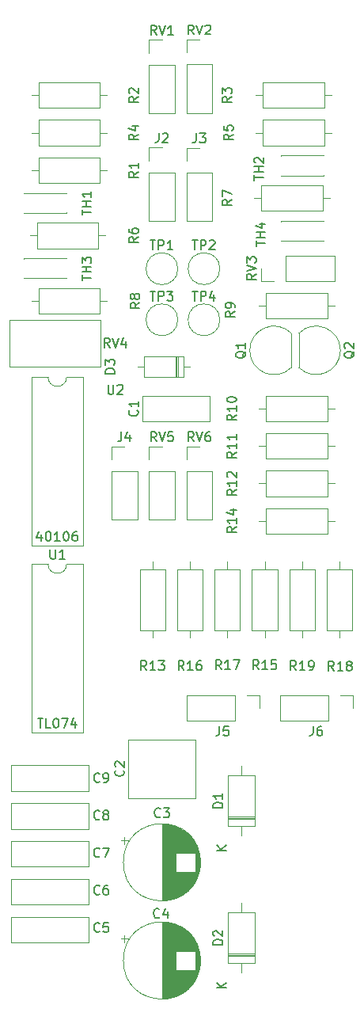
<source format=gbr>
%TF.GenerationSoftware,KiCad,Pcbnew,9.0.5*%
%TF.CreationDate,2025-12-23T14:43:43-05:00*%
%TF.ProjectId,mk_vco_JUST_PCB,6d6b5f76-636f-45f4-9a55-53545f504342,rev?*%
%TF.SameCoordinates,Original*%
%TF.FileFunction,Legend,Top*%
%TF.FilePolarity,Positive*%
%FSLAX46Y46*%
G04 Gerber Fmt 4.6, Leading zero omitted, Abs format (unit mm)*
G04 Created by KiCad (PCBNEW 9.0.5) date 2025-12-23 14:43:43*
%MOMM*%
%LPD*%
G01*
G04 APERTURE LIST*
%ADD10C,0.150000*%
%ADD11C,0.120000*%
G04 APERTURE END LIST*
D10*
X145294819Y-75126666D02*
X144818628Y-75459999D01*
X145294819Y-75698094D02*
X144294819Y-75698094D01*
X144294819Y-75698094D02*
X144294819Y-75317142D01*
X144294819Y-75317142D02*
X144342438Y-75221904D01*
X144342438Y-75221904D02*
X144390057Y-75174285D01*
X144390057Y-75174285D02*
X144485295Y-75126666D01*
X144485295Y-75126666D02*
X144628152Y-75126666D01*
X144628152Y-75126666D02*
X144723390Y-75174285D01*
X144723390Y-75174285D02*
X144771009Y-75221904D01*
X144771009Y-75221904D02*
X144818628Y-75317142D01*
X144818628Y-75317142D02*
X144818628Y-75698094D01*
X145294819Y-74650475D02*
X145294819Y-74459999D01*
X145294819Y-74459999D02*
X145247200Y-74364761D01*
X145247200Y-74364761D02*
X145199580Y-74317142D01*
X145199580Y-74317142D02*
X145056723Y-74221904D01*
X145056723Y-74221904D02*
X144866247Y-74174285D01*
X144866247Y-74174285D02*
X144485295Y-74174285D01*
X144485295Y-74174285D02*
X144390057Y-74221904D01*
X144390057Y-74221904D02*
X144342438Y-74269523D01*
X144342438Y-74269523D02*
X144294819Y-74364761D01*
X144294819Y-74364761D02*
X144294819Y-74555237D01*
X144294819Y-74555237D02*
X144342438Y-74650475D01*
X144342438Y-74650475D02*
X144390057Y-74698094D01*
X144390057Y-74698094D02*
X144485295Y-74745713D01*
X144485295Y-74745713D02*
X144723390Y-74745713D01*
X144723390Y-74745713D02*
X144818628Y-74698094D01*
X144818628Y-74698094D02*
X144866247Y-74650475D01*
X144866247Y-74650475D02*
X144913866Y-74555237D01*
X144913866Y-74555237D02*
X144913866Y-74364761D01*
X144913866Y-74364761D02*
X144866247Y-74269523D01*
X144866247Y-74269523D02*
X144818628Y-74221904D01*
X144818628Y-74221904D02*
X144723390Y-74174285D01*
X128954819Y-64785713D02*
X128954819Y-64214285D01*
X129954819Y-64499999D02*
X128954819Y-64499999D01*
X129954819Y-63880951D02*
X128954819Y-63880951D01*
X129431009Y-63880951D02*
X129431009Y-63309523D01*
X129954819Y-63309523D02*
X128954819Y-63309523D01*
X129954819Y-62309523D02*
X129954819Y-62880951D01*
X129954819Y-62595237D02*
X128954819Y-62595237D01*
X128954819Y-62595237D02*
X129097676Y-62690475D01*
X129097676Y-62690475D02*
X129192914Y-62785713D01*
X129192914Y-62785713D02*
X129240533Y-62880951D01*
X134954819Y-52166666D02*
X134478628Y-52499999D01*
X134954819Y-52738094D02*
X133954819Y-52738094D01*
X133954819Y-52738094D02*
X133954819Y-52357142D01*
X133954819Y-52357142D02*
X134002438Y-52261904D01*
X134002438Y-52261904D02*
X134050057Y-52214285D01*
X134050057Y-52214285D02*
X134145295Y-52166666D01*
X134145295Y-52166666D02*
X134288152Y-52166666D01*
X134288152Y-52166666D02*
X134383390Y-52214285D01*
X134383390Y-52214285D02*
X134431009Y-52261904D01*
X134431009Y-52261904D02*
X134478628Y-52357142D01*
X134478628Y-52357142D02*
X134478628Y-52738094D01*
X134050057Y-51785713D02*
X134002438Y-51738094D01*
X134002438Y-51738094D02*
X133954819Y-51642856D01*
X133954819Y-51642856D02*
X133954819Y-51404761D01*
X133954819Y-51404761D02*
X134002438Y-51309523D01*
X134002438Y-51309523D02*
X134050057Y-51261904D01*
X134050057Y-51261904D02*
X134145295Y-51214285D01*
X134145295Y-51214285D02*
X134240533Y-51214285D01*
X134240533Y-51214285D02*
X134383390Y-51261904D01*
X134383390Y-51261904D02*
X134954819Y-51833332D01*
X134954819Y-51833332D02*
X134954819Y-51214285D01*
X133359580Y-124166666D02*
X133407200Y-124214285D01*
X133407200Y-124214285D02*
X133454819Y-124357142D01*
X133454819Y-124357142D02*
X133454819Y-124452380D01*
X133454819Y-124452380D02*
X133407200Y-124595237D01*
X133407200Y-124595237D02*
X133311961Y-124690475D01*
X133311961Y-124690475D02*
X133216723Y-124738094D01*
X133216723Y-124738094D02*
X133026247Y-124785713D01*
X133026247Y-124785713D02*
X132883390Y-124785713D01*
X132883390Y-124785713D02*
X132692914Y-124738094D01*
X132692914Y-124738094D02*
X132597676Y-124690475D01*
X132597676Y-124690475D02*
X132502438Y-124595237D01*
X132502438Y-124595237D02*
X132454819Y-124452380D01*
X132454819Y-124452380D02*
X132454819Y-124357142D01*
X132454819Y-124357142D02*
X132502438Y-124214285D01*
X132502438Y-124214285D02*
X132550057Y-124166666D01*
X132550057Y-123785713D02*
X132502438Y-123738094D01*
X132502438Y-123738094D02*
X132454819Y-123642856D01*
X132454819Y-123642856D02*
X132454819Y-123404761D01*
X132454819Y-123404761D02*
X132502438Y-123309523D01*
X132502438Y-123309523D02*
X132550057Y-123261904D01*
X132550057Y-123261904D02*
X132645295Y-123214285D01*
X132645295Y-123214285D02*
X132740533Y-123214285D01*
X132740533Y-123214285D02*
X132883390Y-123261904D01*
X132883390Y-123261904D02*
X133454819Y-123833332D01*
X133454819Y-123833332D02*
X133454819Y-123214285D01*
X130833333Y-125359580D02*
X130785714Y-125407200D01*
X130785714Y-125407200D02*
X130642857Y-125454819D01*
X130642857Y-125454819D02*
X130547619Y-125454819D01*
X130547619Y-125454819D02*
X130404762Y-125407200D01*
X130404762Y-125407200D02*
X130309524Y-125311961D01*
X130309524Y-125311961D02*
X130261905Y-125216723D01*
X130261905Y-125216723D02*
X130214286Y-125026247D01*
X130214286Y-125026247D02*
X130214286Y-124883390D01*
X130214286Y-124883390D02*
X130261905Y-124692914D01*
X130261905Y-124692914D02*
X130309524Y-124597676D01*
X130309524Y-124597676D02*
X130404762Y-124502438D01*
X130404762Y-124502438D02*
X130547619Y-124454819D01*
X130547619Y-124454819D02*
X130642857Y-124454819D01*
X130642857Y-124454819D02*
X130785714Y-124502438D01*
X130785714Y-124502438D02*
X130833333Y-124550057D01*
X131309524Y-125454819D02*
X131500000Y-125454819D01*
X131500000Y-125454819D02*
X131595238Y-125407200D01*
X131595238Y-125407200D02*
X131642857Y-125359580D01*
X131642857Y-125359580D02*
X131738095Y-125216723D01*
X131738095Y-125216723D02*
X131785714Y-125026247D01*
X131785714Y-125026247D02*
X131785714Y-124645295D01*
X131785714Y-124645295D02*
X131738095Y-124550057D01*
X131738095Y-124550057D02*
X131690476Y-124502438D01*
X131690476Y-124502438D02*
X131595238Y-124454819D01*
X131595238Y-124454819D02*
X131404762Y-124454819D01*
X131404762Y-124454819D02*
X131309524Y-124502438D01*
X131309524Y-124502438D02*
X131261905Y-124550057D01*
X131261905Y-124550057D02*
X131214286Y-124645295D01*
X131214286Y-124645295D02*
X131214286Y-124883390D01*
X131214286Y-124883390D02*
X131261905Y-124978628D01*
X131261905Y-124978628D02*
X131309524Y-125026247D01*
X131309524Y-125026247D02*
X131404762Y-125073866D01*
X131404762Y-125073866D02*
X131595238Y-125073866D01*
X131595238Y-125073866D02*
X131690476Y-125026247D01*
X131690476Y-125026247D02*
X131738095Y-124978628D01*
X131738095Y-124978628D02*
X131785714Y-124883390D01*
X133166666Y-87994819D02*
X133166666Y-88709104D01*
X133166666Y-88709104D02*
X133119047Y-88851961D01*
X133119047Y-88851961D02*
X133023809Y-88947200D01*
X133023809Y-88947200D02*
X132880952Y-88994819D01*
X132880952Y-88994819D02*
X132785714Y-88994819D01*
X134071428Y-88328152D02*
X134071428Y-88994819D01*
X133833333Y-87947200D02*
X133595238Y-88661485D01*
X133595238Y-88661485D02*
X134214285Y-88661485D01*
X131904761Y-78954819D02*
X131571428Y-78478628D01*
X131333333Y-78954819D02*
X131333333Y-77954819D01*
X131333333Y-77954819D02*
X131714285Y-77954819D01*
X131714285Y-77954819D02*
X131809523Y-78002438D01*
X131809523Y-78002438D02*
X131857142Y-78050057D01*
X131857142Y-78050057D02*
X131904761Y-78145295D01*
X131904761Y-78145295D02*
X131904761Y-78288152D01*
X131904761Y-78288152D02*
X131857142Y-78383390D01*
X131857142Y-78383390D02*
X131809523Y-78431009D01*
X131809523Y-78431009D02*
X131714285Y-78478628D01*
X131714285Y-78478628D02*
X131333333Y-78478628D01*
X132190476Y-77954819D02*
X132523809Y-78954819D01*
X132523809Y-78954819D02*
X132857142Y-77954819D01*
X133619047Y-78288152D02*
X133619047Y-78954819D01*
X133380952Y-77907200D02*
X133142857Y-78621485D01*
X133142857Y-78621485D02*
X133761904Y-78621485D01*
X128954819Y-71785713D02*
X128954819Y-71214285D01*
X129954819Y-71499999D02*
X128954819Y-71499999D01*
X129954819Y-70880951D02*
X128954819Y-70880951D01*
X129431009Y-70880951D02*
X129431009Y-70309523D01*
X129954819Y-70309523D02*
X128954819Y-70309523D01*
X128954819Y-69928570D02*
X128954819Y-69309523D01*
X128954819Y-69309523D02*
X129335771Y-69642856D01*
X129335771Y-69642856D02*
X129335771Y-69499999D01*
X129335771Y-69499999D02*
X129383390Y-69404761D01*
X129383390Y-69404761D02*
X129431009Y-69357142D01*
X129431009Y-69357142D02*
X129526247Y-69309523D01*
X129526247Y-69309523D02*
X129764342Y-69309523D01*
X129764342Y-69309523D02*
X129859580Y-69357142D01*
X129859580Y-69357142D02*
X129907200Y-69404761D01*
X129907200Y-69404761D02*
X129954819Y-69499999D01*
X129954819Y-69499999D02*
X129954819Y-69785713D01*
X129954819Y-69785713D02*
X129907200Y-69880951D01*
X129907200Y-69880951D02*
X129859580Y-69928570D01*
X139857142Y-113454819D02*
X139523809Y-112978628D01*
X139285714Y-113454819D02*
X139285714Y-112454819D01*
X139285714Y-112454819D02*
X139666666Y-112454819D01*
X139666666Y-112454819D02*
X139761904Y-112502438D01*
X139761904Y-112502438D02*
X139809523Y-112550057D01*
X139809523Y-112550057D02*
X139857142Y-112645295D01*
X139857142Y-112645295D02*
X139857142Y-112788152D01*
X139857142Y-112788152D02*
X139809523Y-112883390D01*
X139809523Y-112883390D02*
X139761904Y-112931009D01*
X139761904Y-112931009D02*
X139666666Y-112978628D01*
X139666666Y-112978628D02*
X139285714Y-112978628D01*
X140809523Y-113454819D02*
X140238095Y-113454819D01*
X140523809Y-113454819D02*
X140523809Y-112454819D01*
X140523809Y-112454819D02*
X140428571Y-112597676D01*
X140428571Y-112597676D02*
X140333333Y-112692914D01*
X140333333Y-112692914D02*
X140238095Y-112740533D01*
X141666666Y-112454819D02*
X141476190Y-112454819D01*
X141476190Y-112454819D02*
X141380952Y-112502438D01*
X141380952Y-112502438D02*
X141333333Y-112550057D01*
X141333333Y-112550057D02*
X141238095Y-112692914D01*
X141238095Y-112692914D02*
X141190476Y-112883390D01*
X141190476Y-112883390D02*
X141190476Y-113264342D01*
X141190476Y-113264342D02*
X141238095Y-113359580D01*
X141238095Y-113359580D02*
X141285714Y-113407200D01*
X141285714Y-113407200D02*
X141380952Y-113454819D01*
X141380952Y-113454819D02*
X141571428Y-113454819D01*
X141571428Y-113454819D02*
X141666666Y-113407200D01*
X141666666Y-113407200D02*
X141714285Y-113359580D01*
X141714285Y-113359580D02*
X141761904Y-113264342D01*
X141761904Y-113264342D02*
X141761904Y-113026247D01*
X141761904Y-113026247D02*
X141714285Y-112931009D01*
X141714285Y-112931009D02*
X141666666Y-112883390D01*
X141666666Y-112883390D02*
X141571428Y-112835771D01*
X141571428Y-112835771D02*
X141380952Y-112835771D01*
X141380952Y-112835771D02*
X141285714Y-112883390D01*
X141285714Y-112883390D02*
X141238095Y-112931009D01*
X141238095Y-112931009D02*
X141190476Y-113026247D01*
X144954819Y-63166666D02*
X144478628Y-63499999D01*
X144954819Y-63738094D02*
X143954819Y-63738094D01*
X143954819Y-63738094D02*
X143954819Y-63357142D01*
X143954819Y-63357142D02*
X144002438Y-63261904D01*
X144002438Y-63261904D02*
X144050057Y-63214285D01*
X144050057Y-63214285D02*
X144145295Y-63166666D01*
X144145295Y-63166666D02*
X144288152Y-63166666D01*
X144288152Y-63166666D02*
X144383390Y-63214285D01*
X144383390Y-63214285D02*
X144431009Y-63261904D01*
X144431009Y-63261904D02*
X144478628Y-63357142D01*
X144478628Y-63357142D02*
X144478628Y-63738094D01*
X143954819Y-62833332D02*
X143954819Y-62166666D01*
X143954819Y-62166666D02*
X144954819Y-62595237D01*
X158110057Y-79365238D02*
X158062438Y-79460476D01*
X158062438Y-79460476D02*
X157967200Y-79555714D01*
X157967200Y-79555714D02*
X157824342Y-79698571D01*
X157824342Y-79698571D02*
X157776723Y-79793809D01*
X157776723Y-79793809D02*
X157776723Y-79889047D01*
X158014819Y-79841428D02*
X157967200Y-79936666D01*
X157967200Y-79936666D02*
X157871961Y-80031904D01*
X157871961Y-80031904D02*
X157681485Y-80079523D01*
X157681485Y-80079523D02*
X157348152Y-80079523D01*
X157348152Y-80079523D02*
X157157676Y-80031904D01*
X157157676Y-80031904D02*
X157062438Y-79936666D01*
X157062438Y-79936666D02*
X157014819Y-79841428D01*
X157014819Y-79841428D02*
X157014819Y-79650952D01*
X157014819Y-79650952D02*
X157062438Y-79555714D01*
X157062438Y-79555714D02*
X157157676Y-79460476D01*
X157157676Y-79460476D02*
X157348152Y-79412857D01*
X157348152Y-79412857D02*
X157681485Y-79412857D01*
X157681485Y-79412857D02*
X157871961Y-79460476D01*
X157871961Y-79460476D02*
X157967200Y-79555714D01*
X157967200Y-79555714D02*
X158014819Y-79650952D01*
X158014819Y-79650952D02*
X158014819Y-79841428D01*
X157110057Y-79031904D02*
X157062438Y-78984285D01*
X157062438Y-78984285D02*
X157014819Y-78889047D01*
X157014819Y-78889047D02*
X157014819Y-78650952D01*
X157014819Y-78650952D02*
X157062438Y-78555714D01*
X157062438Y-78555714D02*
X157110057Y-78508095D01*
X157110057Y-78508095D02*
X157205295Y-78460476D01*
X157205295Y-78460476D02*
X157300533Y-78460476D01*
X157300533Y-78460476D02*
X157443390Y-78508095D01*
X157443390Y-78508095D02*
X158014819Y-79079523D01*
X158014819Y-79079523D02*
X158014819Y-78460476D01*
X134859580Y-85666666D02*
X134907200Y-85714285D01*
X134907200Y-85714285D02*
X134954819Y-85857142D01*
X134954819Y-85857142D02*
X134954819Y-85952380D01*
X134954819Y-85952380D02*
X134907200Y-86095237D01*
X134907200Y-86095237D02*
X134811961Y-86190475D01*
X134811961Y-86190475D02*
X134716723Y-86238094D01*
X134716723Y-86238094D02*
X134526247Y-86285713D01*
X134526247Y-86285713D02*
X134383390Y-86285713D01*
X134383390Y-86285713D02*
X134192914Y-86238094D01*
X134192914Y-86238094D02*
X134097676Y-86190475D01*
X134097676Y-86190475D02*
X134002438Y-86095237D01*
X134002438Y-86095237D02*
X133954819Y-85952380D01*
X133954819Y-85952380D02*
X133954819Y-85857142D01*
X133954819Y-85857142D02*
X134002438Y-85714285D01*
X134002438Y-85714285D02*
X134050057Y-85666666D01*
X134954819Y-84714285D02*
X134954819Y-85285713D01*
X134954819Y-84999999D02*
X133954819Y-84999999D01*
X133954819Y-84999999D02*
X134097676Y-85095237D01*
X134097676Y-85095237D02*
X134192914Y-85190475D01*
X134192914Y-85190475D02*
X134240533Y-85285713D01*
X140738095Y-67496819D02*
X141309523Y-67496819D01*
X141023809Y-68496819D02*
X141023809Y-67496819D01*
X141642857Y-68496819D02*
X141642857Y-67496819D01*
X141642857Y-67496819D02*
X142023809Y-67496819D01*
X142023809Y-67496819D02*
X142119047Y-67544438D01*
X142119047Y-67544438D02*
X142166666Y-67592057D01*
X142166666Y-67592057D02*
X142214285Y-67687295D01*
X142214285Y-67687295D02*
X142214285Y-67830152D01*
X142214285Y-67830152D02*
X142166666Y-67925390D01*
X142166666Y-67925390D02*
X142119047Y-67973009D01*
X142119047Y-67973009D02*
X142023809Y-68020628D01*
X142023809Y-68020628D02*
X141642857Y-68020628D01*
X142595238Y-67592057D02*
X142642857Y-67544438D01*
X142642857Y-67544438D02*
X142738095Y-67496819D01*
X142738095Y-67496819D02*
X142976190Y-67496819D01*
X142976190Y-67496819D02*
X143071428Y-67544438D01*
X143071428Y-67544438D02*
X143119047Y-67592057D01*
X143119047Y-67592057D02*
X143166666Y-67687295D01*
X143166666Y-67687295D02*
X143166666Y-67782533D01*
X143166666Y-67782533D02*
X143119047Y-67925390D01*
X143119047Y-67925390D02*
X142547619Y-68496819D01*
X142547619Y-68496819D02*
X143166666Y-68496819D01*
X130833333Y-133359580D02*
X130785714Y-133407200D01*
X130785714Y-133407200D02*
X130642857Y-133454819D01*
X130642857Y-133454819D02*
X130547619Y-133454819D01*
X130547619Y-133454819D02*
X130404762Y-133407200D01*
X130404762Y-133407200D02*
X130309524Y-133311961D01*
X130309524Y-133311961D02*
X130261905Y-133216723D01*
X130261905Y-133216723D02*
X130214286Y-133026247D01*
X130214286Y-133026247D02*
X130214286Y-132883390D01*
X130214286Y-132883390D02*
X130261905Y-132692914D01*
X130261905Y-132692914D02*
X130309524Y-132597676D01*
X130309524Y-132597676D02*
X130404762Y-132502438D01*
X130404762Y-132502438D02*
X130547619Y-132454819D01*
X130547619Y-132454819D02*
X130642857Y-132454819D01*
X130642857Y-132454819D02*
X130785714Y-132502438D01*
X130785714Y-132502438D02*
X130833333Y-132550057D01*
X131166667Y-132454819D02*
X131833333Y-132454819D01*
X131833333Y-132454819D02*
X131404762Y-133454819D01*
X145454819Y-90142857D02*
X144978628Y-90476190D01*
X145454819Y-90714285D02*
X144454819Y-90714285D01*
X144454819Y-90714285D02*
X144454819Y-90333333D01*
X144454819Y-90333333D02*
X144502438Y-90238095D01*
X144502438Y-90238095D02*
X144550057Y-90190476D01*
X144550057Y-90190476D02*
X144645295Y-90142857D01*
X144645295Y-90142857D02*
X144788152Y-90142857D01*
X144788152Y-90142857D02*
X144883390Y-90190476D01*
X144883390Y-90190476D02*
X144931009Y-90238095D01*
X144931009Y-90238095D02*
X144978628Y-90333333D01*
X144978628Y-90333333D02*
X144978628Y-90714285D01*
X145454819Y-89190476D02*
X145454819Y-89761904D01*
X145454819Y-89476190D02*
X144454819Y-89476190D01*
X144454819Y-89476190D02*
X144597676Y-89571428D01*
X144597676Y-89571428D02*
X144692914Y-89666666D01*
X144692914Y-89666666D02*
X144740533Y-89761904D01*
X145454819Y-88238095D02*
X145454819Y-88809523D01*
X145454819Y-88523809D02*
X144454819Y-88523809D01*
X144454819Y-88523809D02*
X144597676Y-88619047D01*
X144597676Y-88619047D02*
X144692914Y-88714285D01*
X144692914Y-88714285D02*
X144740533Y-88809523D01*
X137333333Y-129109580D02*
X137285714Y-129157200D01*
X137285714Y-129157200D02*
X137142857Y-129204819D01*
X137142857Y-129204819D02*
X137047619Y-129204819D01*
X137047619Y-129204819D02*
X136904762Y-129157200D01*
X136904762Y-129157200D02*
X136809524Y-129061961D01*
X136809524Y-129061961D02*
X136761905Y-128966723D01*
X136761905Y-128966723D02*
X136714286Y-128776247D01*
X136714286Y-128776247D02*
X136714286Y-128633390D01*
X136714286Y-128633390D02*
X136761905Y-128442914D01*
X136761905Y-128442914D02*
X136809524Y-128347676D01*
X136809524Y-128347676D02*
X136904762Y-128252438D01*
X136904762Y-128252438D02*
X137047619Y-128204819D01*
X137047619Y-128204819D02*
X137142857Y-128204819D01*
X137142857Y-128204819D02*
X137285714Y-128252438D01*
X137285714Y-128252438D02*
X137333333Y-128300057D01*
X137666667Y-128204819D02*
X138285714Y-128204819D01*
X138285714Y-128204819D02*
X137952381Y-128585771D01*
X137952381Y-128585771D02*
X138095238Y-128585771D01*
X138095238Y-128585771D02*
X138190476Y-128633390D01*
X138190476Y-128633390D02*
X138238095Y-128681009D01*
X138238095Y-128681009D02*
X138285714Y-128776247D01*
X138285714Y-128776247D02*
X138285714Y-129014342D01*
X138285714Y-129014342D02*
X138238095Y-129109580D01*
X138238095Y-129109580D02*
X138190476Y-129157200D01*
X138190476Y-129157200D02*
X138095238Y-129204819D01*
X138095238Y-129204819D02*
X137809524Y-129204819D01*
X137809524Y-129204819D02*
X137714286Y-129157200D01*
X137714286Y-129157200D02*
X137666667Y-129109580D01*
X145454819Y-98142857D02*
X144978628Y-98476190D01*
X145454819Y-98714285D02*
X144454819Y-98714285D01*
X144454819Y-98714285D02*
X144454819Y-98333333D01*
X144454819Y-98333333D02*
X144502438Y-98238095D01*
X144502438Y-98238095D02*
X144550057Y-98190476D01*
X144550057Y-98190476D02*
X144645295Y-98142857D01*
X144645295Y-98142857D02*
X144788152Y-98142857D01*
X144788152Y-98142857D02*
X144883390Y-98190476D01*
X144883390Y-98190476D02*
X144931009Y-98238095D01*
X144931009Y-98238095D02*
X144978628Y-98333333D01*
X144978628Y-98333333D02*
X144978628Y-98714285D01*
X145454819Y-97190476D02*
X145454819Y-97761904D01*
X145454819Y-97476190D02*
X144454819Y-97476190D01*
X144454819Y-97476190D02*
X144597676Y-97571428D01*
X144597676Y-97571428D02*
X144692914Y-97666666D01*
X144692914Y-97666666D02*
X144740533Y-97761904D01*
X144788152Y-96333333D02*
X145454819Y-96333333D01*
X144407200Y-96571428D02*
X145121485Y-96809523D01*
X145121485Y-96809523D02*
X145121485Y-96190476D01*
X136904761Y-88994819D02*
X136571428Y-88518628D01*
X136333333Y-88994819D02*
X136333333Y-87994819D01*
X136333333Y-87994819D02*
X136714285Y-87994819D01*
X136714285Y-87994819D02*
X136809523Y-88042438D01*
X136809523Y-88042438D02*
X136857142Y-88090057D01*
X136857142Y-88090057D02*
X136904761Y-88185295D01*
X136904761Y-88185295D02*
X136904761Y-88328152D01*
X136904761Y-88328152D02*
X136857142Y-88423390D01*
X136857142Y-88423390D02*
X136809523Y-88471009D01*
X136809523Y-88471009D02*
X136714285Y-88518628D01*
X136714285Y-88518628D02*
X136333333Y-88518628D01*
X137190476Y-87994819D02*
X137523809Y-88994819D01*
X137523809Y-88994819D02*
X137857142Y-87994819D01*
X138666666Y-87994819D02*
X138190476Y-87994819D01*
X138190476Y-87994819D02*
X138142857Y-88471009D01*
X138142857Y-88471009D02*
X138190476Y-88423390D01*
X138190476Y-88423390D02*
X138285714Y-88375771D01*
X138285714Y-88375771D02*
X138523809Y-88375771D01*
X138523809Y-88375771D02*
X138619047Y-88423390D01*
X138619047Y-88423390D02*
X138666666Y-88471009D01*
X138666666Y-88471009D02*
X138714285Y-88566247D01*
X138714285Y-88566247D02*
X138714285Y-88804342D01*
X138714285Y-88804342D02*
X138666666Y-88899580D01*
X138666666Y-88899580D02*
X138619047Y-88947200D01*
X138619047Y-88947200D02*
X138523809Y-88994819D01*
X138523809Y-88994819D02*
X138285714Y-88994819D01*
X138285714Y-88994819D02*
X138190476Y-88947200D01*
X138190476Y-88947200D02*
X138142857Y-88899580D01*
X140738095Y-72956819D02*
X141309523Y-72956819D01*
X141023809Y-73956819D02*
X141023809Y-72956819D01*
X141642857Y-73956819D02*
X141642857Y-72956819D01*
X141642857Y-72956819D02*
X142023809Y-72956819D01*
X142023809Y-72956819D02*
X142119047Y-73004438D01*
X142119047Y-73004438D02*
X142166666Y-73052057D01*
X142166666Y-73052057D02*
X142214285Y-73147295D01*
X142214285Y-73147295D02*
X142214285Y-73290152D01*
X142214285Y-73290152D02*
X142166666Y-73385390D01*
X142166666Y-73385390D02*
X142119047Y-73433009D01*
X142119047Y-73433009D02*
X142023809Y-73480628D01*
X142023809Y-73480628D02*
X141642857Y-73480628D01*
X143071428Y-73290152D02*
X143071428Y-73956819D01*
X142833333Y-72909200D02*
X142595238Y-73623485D01*
X142595238Y-73623485D02*
X143214285Y-73623485D01*
X153666666Y-119454819D02*
X153666666Y-120169104D01*
X153666666Y-120169104D02*
X153619047Y-120311961D01*
X153619047Y-120311961D02*
X153523809Y-120407200D01*
X153523809Y-120407200D02*
X153380952Y-120454819D01*
X153380952Y-120454819D02*
X153285714Y-120454819D01*
X154571428Y-119454819D02*
X154380952Y-119454819D01*
X154380952Y-119454819D02*
X154285714Y-119502438D01*
X154285714Y-119502438D02*
X154238095Y-119550057D01*
X154238095Y-119550057D02*
X154142857Y-119692914D01*
X154142857Y-119692914D02*
X154095238Y-119883390D01*
X154095238Y-119883390D02*
X154095238Y-120264342D01*
X154095238Y-120264342D02*
X154142857Y-120359580D01*
X154142857Y-120359580D02*
X154190476Y-120407200D01*
X154190476Y-120407200D02*
X154285714Y-120454819D01*
X154285714Y-120454819D02*
X154476190Y-120454819D01*
X154476190Y-120454819D02*
X154571428Y-120407200D01*
X154571428Y-120407200D02*
X154619047Y-120359580D01*
X154619047Y-120359580D02*
X154666666Y-120264342D01*
X154666666Y-120264342D02*
X154666666Y-120026247D01*
X154666666Y-120026247D02*
X154619047Y-119931009D01*
X154619047Y-119931009D02*
X154571428Y-119883390D01*
X154571428Y-119883390D02*
X154476190Y-119835771D01*
X154476190Y-119835771D02*
X154285714Y-119835771D01*
X154285714Y-119835771D02*
X154190476Y-119883390D01*
X154190476Y-119883390D02*
X154142857Y-119931009D01*
X154142857Y-119931009D02*
X154095238Y-120026247D01*
X135857142Y-113454819D02*
X135523809Y-112978628D01*
X135285714Y-113454819D02*
X135285714Y-112454819D01*
X135285714Y-112454819D02*
X135666666Y-112454819D01*
X135666666Y-112454819D02*
X135761904Y-112502438D01*
X135761904Y-112502438D02*
X135809523Y-112550057D01*
X135809523Y-112550057D02*
X135857142Y-112645295D01*
X135857142Y-112645295D02*
X135857142Y-112788152D01*
X135857142Y-112788152D02*
X135809523Y-112883390D01*
X135809523Y-112883390D02*
X135761904Y-112931009D01*
X135761904Y-112931009D02*
X135666666Y-112978628D01*
X135666666Y-112978628D02*
X135285714Y-112978628D01*
X136809523Y-113454819D02*
X136238095Y-113454819D01*
X136523809Y-113454819D02*
X136523809Y-112454819D01*
X136523809Y-112454819D02*
X136428571Y-112597676D01*
X136428571Y-112597676D02*
X136333333Y-112692914D01*
X136333333Y-112692914D02*
X136238095Y-112740533D01*
X137142857Y-112454819D02*
X137761904Y-112454819D01*
X137761904Y-112454819D02*
X137428571Y-112835771D01*
X137428571Y-112835771D02*
X137571428Y-112835771D01*
X137571428Y-112835771D02*
X137666666Y-112883390D01*
X137666666Y-112883390D02*
X137714285Y-112931009D01*
X137714285Y-112931009D02*
X137761904Y-113026247D01*
X137761904Y-113026247D02*
X137761904Y-113264342D01*
X137761904Y-113264342D02*
X137714285Y-113359580D01*
X137714285Y-113359580D02*
X137666666Y-113407200D01*
X137666666Y-113407200D02*
X137571428Y-113454819D01*
X137571428Y-113454819D02*
X137285714Y-113454819D01*
X137285714Y-113454819D02*
X137190476Y-113407200D01*
X137190476Y-113407200D02*
X137142857Y-113359580D01*
X137166666Y-56034819D02*
X137166666Y-56749104D01*
X137166666Y-56749104D02*
X137119047Y-56891961D01*
X137119047Y-56891961D02*
X137023809Y-56987200D01*
X137023809Y-56987200D02*
X136880952Y-57034819D01*
X136880952Y-57034819D02*
X136785714Y-57034819D01*
X137595238Y-56130057D02*
X137642857Y-56082438D01*
X137642857Y-56082438D02*
X137738095Y-56034819D01*
X137738095Y-56034819D02*
X137976190Y-56034819D01*
X137976190Y-56034819D02*
X138071428Y-56082438D01*
X138071428Y-56082438D02*
X138119047Y-56130057D01*
X138119047Y-56130057D02*
X138166666Y-56225295D01*
X138166666Y-56225295D02*
X138166666Y-56320533D01*
X138166666Y-56320533D02*
X138119047Y-56463390D01*
X138119047Y-56463390D02*
X137547619Y-57034819D01*
X137547619Y-57034819D02*
X138166666Y-57034819D01*
X143857142Y-113374819D02*
X143523809Y-112898628D01*
X143285714Y-113374819D02*
X143285714Y-112374819D01*
X143285714Y-112374819D02*
X143666666Y-112374819D01*
X143666666Y-112374819D02*
X143761904Y-112422438D01*
X143761904Y-112422438D02*
X143809523Y-112470057D01*
X143809523Y-112470057D02*
X143857142Y-112565295D01*
X143857142Y-112565295D02*
X143857142Y-112708152D01*
X143857142Y-112708152D02*
X143809523Y-112803390D01*
X143809523Y-112803390D02*
X143761904Y-112851009D01*
X143761904Y-112851009D02*
X143666666Y-112898628D01*
X143666666Y-112898628D02*
X143285714Y-112898628D01*
X144809523Y-113374819D02*
X144238095Y-113374819D01*
X144523809Y-113374819D02*
X144523809Y-112374819D01*
X144523809Y-112374819D02*
X144428571Y-112517676D01*
X144428571Y-112517676D02*
X144333333Y-112612914D01*
X144333333Y-112612914D02*
X144238095Y-112660533D01*
X145142857Y-112374819D02*
X145809523Y-112374819D01*
X145809523Y-112374819D02*
X145380952Y-113374819D01*
X125548095Y-100564819D02*
X125548095Y-101374342D01*
X125548095Y-101374342D02*
X125595714Y-101469580D01*
X125595714Y-101469580D02*
X125643333Y-101517200D01*
X125643333Y-101517200D02*
X125738571Y-101564819D01*
X125738571Y-101564819D02*
X125929047Y-101564819D01*
X125929047Y-101564819D02*
X126024285Y-101517200D01*
X126024285Y-101517200D02*
X126071904Y-101469580D01*
X126071904Y-101469580D02*
X126119523Y-101374342D01*
X126119523Y-101374342D02*
X126119523Y-100564819D01*
X127119523Y-101564819D02*
X126548095Y-101564819D01*
X126833809Y-101564819D02*
X126833809Y-100564819D01*
X126833809Y-100564819D02*
X126738571Y-100707676D01*
X126738571Y-100707676D02*
X126643333Y-100802914D01*
X126643333Y-100802914D02*
X126548095Y-100850533D01*
X124210815Y-118604134D02*
X124782243Y-118604134D01*
X124496529Y-119604134D02*
X124496529Y-118604134D01*
X125591767Y-119604134D02*
X125115577Y-119604134D01*
X125115577Y-119604134D02*
X125115577Y-118604134D01*
X126115577Y-118604134D02*
X126210815Y-118604134D01*
X126210815Y-118604134D02*
X126306053Y-118651753D01*
X126306053Y-118651753D02*
X126353672Y-118699372D01*
X126353672Y-118699372D02*
X126401291Y-118794610D01*
X126401291Y-118794610D02*
X126448910Y-118985086D01*
X126448910Y-118985086D02*
X126448910Y-119223181D01*
X126448910Y-119223181D02*
X126401291Y-119413657D01*
X126401291Y-119413657D02*
X126353672Y-119508895D01*
X126353672Y-119508895D02*
X126306053Y-119556515D01*
X126306053Y-119556515D02*
X126210815Y-119604134D01*
X126210815Y-119604134D02*
X126115577Y-119604134D01*
X126115577Y-119604134D02*
X126020339Y-119556515D01*
X126020339Y-119556515D02*
X125972720Y-119508895D01*
X125972720Y-119508895D02*
X125925101Y-119413657D01*
X125925101Y-119413657D02*
X125877482Y-119223181D01*
X125877482Y-119223181D02*
X125877482Y-118985086D01*
X125877482Y-118985086D02*
X125925101Y-118794610D01*
X125925101Y-118794610D02*
X125972720Y-118699372D01*
X125972720Y-118699372D02*
X126020339Y-118651753D01*
X126020339Y-118651753D02*
X126115577Y-118604134D01*
X126782244Y-118604134D02*
X127448910Y-118604134D01*
X127448910Y-118604134D02*
X127020339Y-119604134D01*
X128258434Y-118937467D02*
X128258434Y-119604134D01*
X128020339Y-118556515D02*
X127782244Y-119270800D01*
X127782244Y-119270800D02*
X128401291Y-119270800D01*
X140904761Y-88994819D02*
X140571428Y-88518628D01*
X140333333Y-88994819D02*
X140333333Y-87994819D01*
X140333333Y-87994819D02*
X140714285Y-87994819D01*
X140714285Y-87994819D02*
X140809523Y-88042438D01*
X140809523Y-88042438D02*
X140857142Y-88090057D01*
X140857142Y-88090057D02*
X140904761Y-88185295D01*
X140904761Y-88185295D02*
X140904761Y-88328152D01*
X140904761Y-88328152D02*
X140857142Y-88423390D01*
X140857142Y-88423390D02*
X140809523Y-88471009D01*
X140809523Y-88471009D02*
X140714285Y-88518628D01*
X140714285Y-88518628D02*
X140333333Y-88518628D01*
X141190476Y-87994819D02*
X141523809Y-88994819D01*
X141523809Y-88994819D02*
X141857142Y-87994819D01*
X142619047Y-87994819D02*
X142428571Y-87994819D01*
X142428571Y-87994819D02*
X142333333Y-88042438D01*
X142333333Y-88042438D02*
X142285714Y-88090057D01*
X142285714Y-88090057D02*
X142190476Y-88232914D01*
X142190476Y-88232914D02*
X142142857Y-88423390D01*
X142142857Y-88423390D02*
X142142857Y-88804342D01*
X142142857Y-88804342D02*
X142190476Y-88899580D01*
X142190476Y-88899580D02*
X142238095Y-88947200D01*
X142238095Y-88947200D02*
X142333333Y-88994819D01*
X142333333Y-88994819D02*
X142523809Y-88994819D01*
X142523809Y-88994819D02*
X142619047Y-88947200D01*
X142619047Y-88947200D02*
X142666666Y-88899580D01*
X142666666Y-88899580D02*
X142714285Y-88804342D01*
X142714285Y-88804342D02*
X142714285Y-88566247D01*
X142714285Y-88566247D02*
X142666666Y-88471009D01*
X142666666Y-88471009D02*
X142619047Y-88423390D01*
X142619047Y-88423390D02*
X142523809Y-88375771D01*
X142523809Y-88375771D02*
X142333333Y-88375771D01*
X142333333Y-88375771D02*
X142238095Y-88423390D01*
X142238095Y-88423390D02*
X142190476Y-88471009D01*
X142190476Y-88471009D02*
X142142857Y-88566247D01*
X132454819Y-81738094D02*
X131454819Y-81738094D01*
X131454819Y-81738094D02*
X131454819Y-81499999D01*
X131454819Y-81499999D02*
X131502438Y-81357142D01*
X131502438Y-81357142D02*
X131597676Y-81261904D01*
X131597676Y-81261904D02*
X131692914Y-81214285D01*
X131692914Y-81214285D02*
X131883390Y-81166666D01*
X131883390Y-81166666D02*
X132026247Y-81166666D01*
X132026247Y-81166666D02*
X132216723Y-81214285D01*
X132216723Y-81214285D02*
X132311961Y-81261904D01*
X132311961Y-81261904D02*
X132407200Y-81357142D01*
X132407200Y-81357142D02*
X132454819Y-81499999D01*
X132454819Y-81499999D02*
X132454819Y-81738094D01*
X131454819Y-80833332D02*
X131454819Y-80214285D01*
X131454819Y-80214285D02*
X131835771Y-80547618D01*
X131835771Y-80547618D02*
X131835771Y-80404761D01*
X131835771Y-80404761D02*
X131883390Y-80309523D01*
X131883390Y-80309523D02*
X131931009Y-80261904D01*
X131931009Y-80261904D02*
X132026247Y-80214285D01*
X132026247Y-80214285D02*
X132264342Y-80214285D01*
X132264342Y-80214285D02*
X132359580Y-80261904D01*
X132359580Y-80261904D02*
X132407200Y-80309523D01*
X132407200Y-80309523D02*
X132454819Y-80404761D01*
X132454819Y-80404761D02*
X132454819Y-80690475D01*
X132454819Y-80690475D02*
X132407200Y-80785713D01*
X132407200Y-80785713D02*
X132359580Y-80833332D01*
X144954819Y-52166666D02*
X144478628Y-52499999D01*
X144954819Y-52738094D02*
X143954819Y-52738094D01*
X143954819Y-52738094D02*
X143954819Y-52357142D01*
X143954819Y-52357142D02*
X144002438Y-52261904D01*
X144002438Y-52261904D02*
X144050057Y-52214285D01*
X144050057Y-52214285D02*
X144145295Y-52166666D01*
X144145295Y-52166666D02*
X144288152Y-52166666D01*
X144288152Y-52166666D02*
X144383390Y-52214285D01*
X144383390Y-52214285D02*
X144431009Y-52261904D01*
X144431009Y-52261904D02*
X144478628Y-52357142D01*
X144478628Y-52357142D02*
X144478628Y-52738094D01*
X143954819Y-51833332D02*
X143954819Y-51214285D01*
X143954819Y-51214285D02*
X144335771Y-51547618D01*
X144335771Y-51547618D02*
X144335771Y-51404761D01*
X144335771Y-51404761D02*
X144383390Y-51309523D01*
X144383390Y-51309523D02*
X144431009Y-51261904D01*
X144431009Y-51261904D02*
X144526247Y-51214285D01*
X144526247Y-51214285D02*
X144764342Y-51214285D01*
X144764342Y-51214285D02*
X144859580Y-51261904D01*
X144859580Y-51261904D02*
X144907200Y-51309523D01*
X144907200Y-51309523D02*
X144954819Y-51404761D01*
X144954819Y-51404761D02*
X144954819Y-51690475D01*
X144954819Y-51690475D02*
X144907200Y-51785713D01*
X144907200Y-51785713D02*
X144859580Y-51833332D01*
X147857142Y-113374819D02*
X147523809Y-112898628D01*
X147285714Y-113374819D02*
X147285714Y-112374819D01*
X147285714Y-112374819D02*
X147666666Y-112374819D01*
X147666666Y-112374819D02*
X147761904Y-112422438D01*
X147761904Y-112422438D02*
X147809523Y-112470057D01*
X147809523Y-112470057D02*
X147857142Y-112565295D01*
X147857142Y-112565295D02*
X147857142Y-112708152D01*
X147857142Y-112708152D02*
X147809523Y-112803390D01*
X147809523Y-112803390D02*
X147761904Y-112851009D01*
X147761904Y-112851009D02*
X147666666Y-112898628D01*
X147666666Y-112898628D02*
X147285714Y-112898628D01*
X148809523Y-113374819D02*
X148238095Y-113374819D01*
X148523809Y-113374819D02*
X148523809Y-112374819D01*
X148523809Y-112374819D02*
X148428571Y-112517676D01*
X148428571Y-112517676D02*
X148333333Y-112612914D01*
X148333333Y-112612914D02*
X148238095Y-112660533D01*
X149714285Y-112374819D02*
X149238095Y-112374819D01*
X149238095Y-112374819D02*
X149190476Y-112851009D01*
X149190476Y-112851009D02*
X149238095Y-112803390D01*
X149238095Y-112803390D02*
X149333333Y-112755771D01*
X149333333Y-112755771D02*
X149571428Y-112755771D01*
X149571428Y-112755771D02*
X149666666Y-112803390D01*
X149666666Y-112803390D02*
X149714285Y-112851009D01*
X149714285Y-112851009D02*
X149761904Y-112946247D01*
X149761904Y-112946247D02*
X149761904Y-113184342D01*
X149761904Y-113184342D02*
X149714285Y-113279580D01*
X149714285Y-113279580D02*
X149666666Y-113327200D01*
X149666666Y-113327200D02*
X149571428Y-113374819D01*
X149571428Y-113374819D02*
X149333333Y-113374819D01*
X149333333Y-113374819D02*
X149238095Y-113327200D01*
X149238095Y-113327200D02*
X149190476Y-113279580D01*
X147576143Y-68123089D02*
X147576143Y-67551661D01*
X148576143Y-67837375D02*
X147576143Y-67837375D01*
X148576143Y-67218327D02*
X147576143Y-67218327D01*
X148052333Y-67218327D02*
X148052333Y-66646899D01*
X148576143Y-66646899D02*
X147576143Y-66646899D01*
X147909476Y-65742137D02*
X148576143Y-65742137D01*
X147528524Y-65980232D02*
X148242809Y-66218327D01*
X148242809Y-66218327D02*
X148242809Y-65599280D01*
X136238095Y-72956819D02*
X136809523Y-72956819D01*
X136523809Y-73956819D02*
X136523809Y-72956819D01*
X137142857Y-73956819D02*
X137142857Y-72956819D01*
X137142857Y-72956819D02*
X137523809Y-72956819D01*
X137523809Y-72956819D02*
X137619047Y-73004438D01*
X137619047Y-73004438D02*
X137666666Y-73052057D01*
X137666666Y-73052057D02*
X137714285Y-73147295D01*
X137714285Y-73147295D02*
X137714285Y-73290152D01*
X137714285Y-73290152D02*
X137666666Y-73385390D01*
X137666666Y-73385390D02*
X137619047Y-73433009D01*
X137619047Y-73433009D02*
X137523809Y-73480628D01*
X137523809Y-73480628D02*
X137142857Y-73480628D01*
X138047619Y-72956819D02*
X138666666Y-72956819D01*
X138666666Y-72956819D02*
X138333333Y-73337771D01*
X138333333Y-73337771D02*
X138476190Y-73337771D01*
X138476190Y-73337771D02*
X138571428Y-73385390D01*
X138571428Y-73385390D02*
X138619047Y-73433009D01*
X138619047Y-73433009D02*
X138666666Y-73528247D01*
X138666666Y-73528247D02*
X138666666Y-73766342D01*
X138666666Y-73766342D02*
X138619047Y-73861580D01*
X138619047Y-73861580D02*
X138571428Y-73909200D01*
X138571428Y-73909200D02*
X138476190Y-73956819D01*
X138476190Y-73956819D02*
X138190476Y-73956819D01*
X138190476Y-73956819D02*
X138095238Y-73909200D01*
X138095238Y-73909200D02*
X138047619Y-73861580D01*
X147574819Y-71095238D02*
X147098628Y-71428571D01*
X147574819Y-71666666D02*
X146574819Y-71666666D01*
X146574819Y-71666666D02*
X146574819Y-71285714D01*
X146574819Y-71285714D02*
X146622438Y-71190476D01*
X146622438Y-71190476D02*
X146670057Y-71142857D01*
X146670057Y-71142857D02*
X146765295Y-71095238D01*
X146765295Y-71095238D02*
X146908152Y-71095238D01*
X146908152Y-71095238D02*
X147003390Y-71142857D01*
X147003390Y-71142857D02*
X147051009Y-71190476D01*
X147051009Y-71190476D02*
X147098628Y-71285714D01*
X147098628Y-71285714D02*
X147098628Y-71666666D01*
X146574819Y-70809523D02*
X147574819Y-70476190D01*
X147574819Y-70476190D02*
X146574819Y-70142857D01*
X146574819Y-69904761D02*
X146574819Y-69285714D01*
X146574819Y-69285714D02*
X146955771Y-69619047D01*
X146955771Y-69619047D02*
X146955771Y-69476190D01*
X146955771Y-69476190D02*
X147003390Y-69380952D01*
X147003390Y-69380952D02*
X147051009Y-69333333D01*
X147051009Y-69333333D02*
X147146247Y-69285714D01*
X147146247Y-69285714D02*
X147384342Y-69285714D01*
X147384342Y-69285714D02*
X147479580Y-69333333D01*
X147479580Y-69333333D02*
X147527200Y-69380952D01*
X147527200Y-69380952D02*
X147574819Y-69476190D01*
X147574819Y-69476190D02*
X147574819Y-69761904D01*
X147574819Y-69761904D02*
X147527200Y-69857142D01*
X147527200Y-69857142D02*
X147479580Y-69904761D01*
X146490057Y-79365238D02*
X146442438Y-79460476D01*
X146442438Y-79460476D02*
X146347200Y-79555714D01*
X146347200Y-79555714D02*
X146204342Y-79698571D01*
X146204342Y-79698571D02*
X146156723Y-79793809D01*
X146156723Y-79793809D02*
X146156723Y-79889047D01*
X146394819Y-79841428D02*
X146347200Y-79936666D01*
X146347200Y-79936666D02*
X146251961Y-80031904D01*
X146251961Y-80031904D02*
X146061485Y-80079523D01*
X146061485Y-80079523D02*
X145728152Y-80079523D01*
X145728152Y-80079523D02*
X145537676Y-80031904D01*
X145537676Y-80031904D02*
X145442438Y-79936666D01*
X145442438Y-79936666D02*
X145394819Y-79841428D01*
X145394819Y-79841428D02*
X145394819Y-79650952D01*
X145394819Y-79650952D02*
X145442438Y-79555714D01*
X145442438Y-79555714D02*
X145537676Y-79460476D01*
X145537676Y-79460476D02*
X145728152Y-79412857D01*
X145728152Y-79412857D02*
X146061485Y-79412857D01*
X146061485Y-79412857D02*
X146251961Y-79460476D01*
X146251961Y-79460476D02*
X146347200Y-79555714D01*
X146347200Y-79555714D02*
X146394819Y-79650952D01*
X146394819Y-79650952D02*
X146394819Y-79841428D01*
X146394819Y-78460476D02*
X146394819Y-79031904D01*
X146394819Y-78746190D02*
X145394819Y-78746190D01*
X145394819Y-78746190D02*
X145537676Y-78841428D01*
X145537676Y-78841428D02*
X145632914Y-78936666D01*
X145632914Y-78936666D02*
X145680533Y-79031904D01*
X134954819Y-67166666D02*
X134478628Y-67499999D01*
X134954819Y-67738094D02*
X133954819Y-67738094D01*
X133954819Y-67738094D02*
X133954819Y-67357142D01*
X133954819Y-67357142D02*
X134002438Y-67261904D01*
X134002438Y-67261904D02*
X134050057Y-67214285D01*
X134050057Y-67214285D02*
X134145295Y-67166666D01*
X134145295Y-67166666D02*
X134288152Y-67166666D01*
X134288152Y-67166666D02*
X134383390Y-67214285D01*
X134383390Y-67214285D02*
X134431009Y-67261904D01*
X134431009Y-67261904D02*
X134478628Y-67357142D01*
X134478628Y-67357142D02*
X134478628Y-67738094D01*
X133954819Y-66309523D02*
X133954819Y-66499999D01*
X133954819Y-66499999D02*
X134002438Y-66595237D01*
X134002438Y-66595237D02*
X134050057Y-66642856D01*
X134050057Y-66642856D02*
X134192914Y-66738094D01*
X134192914Y-66738094D02*
X134383390Y-66785713D01*
X134383390Y-66785713D02*
X134764342Y-66785713D01*
X134764342Y-66785713D02*
X134859580Y-66738094D01*
X134859580Y-66738094D02*
X134907200Y-66690475D01*
X134907200Y-66690475D02*
X134954819Y-66595237D01*
X134954819Y-66595237D02*
X134954819Y-66404761D01*
X134954819Y-66404761D02*
X134907200Y-66309523D01*
X134907200Y-66309523D02*
X134859580Y-66261904D01*
X134859580Y-66261904D02*
X134764342Y-66214285D01*
X134764342Y-66214285D02*
X134526247Y-66214285D01*
X134526247Y-66214285D02*
X134431009Y-66261904D01*
X134431009Y-66261904D02*
X134383390Y-66309523D01*
X134383390Y-66309523D02*
X134335771Y-66404761D01*
X134335771Y-66404761D02*
X134335771Y-66595237D01*
X134335771Y-66595237D02*
X134383390Y-66690475D01*
X134383390Y-66690475D02*
X134431009Y-66738094D01*
X134431009Y-66738094D02*
X134526247Y-66785713D01*
X143984819Y-142818094D02*
X142984819Y-142818094D01*
X142984819Y-142818094D02*
X142984819Y-142579999D01*
X142984819Y-142579999D02*
X143032438Y-142437142D01*
X143032438Y-142437142D02*
X143127676Y-142341904D01*
X143127676Y-142341904D02*
X143222914Y-142294285D01*
X143222914Y-142294285D02*
X143413390Y-142246666D01*
X143413390Y-142246666D02*
X143556247Y-142246666D01*
X143556247Y-142246666D02*
X143746723Y-142294285D01*
X143746723Y-142294285D02*
X143841961Y-142341904D01*
X143841961Y-142341904D02*
X143937200Y-142437142D01*
X143937200Y-142437142D02*
X143984819Y-142579999D01*
X143984819Y-142579999D02*
X143984819Y-142818094D01*
X143080057Y-141865713D02*
X143032438Y-141818094D01*
X143032438Y-141818094D02*
X142984819Y-141722856D01*
X142984819Y-141722856D02*
X142984819Y-141484761D01*
X142984819Y-141484761D02*
X143032438Y-141389523D01*
X143032438Y-141389523D02*
X143080057Y-141341904D01*
X143080057Y-141341904D02*
X143175295Y-141294285D01*
X143175295Y-141294285D02*
X143270533Y-141294285D01*
X143270533Y-141294285D02*
X143413390Y-141341904D01*
X143413390Y-141341904D02*
X143984819Y-141913332D01*
X143984819Y-141913332D02*
X143984819Y-141294285D01*
X144354819Y-147421904D02*
X143354819Y-147421904D01*
X144354819Y-146850476D02*
X143783390Y-147279047D01*
X143354819Y-146850476D02*
X143926247Y-147421904D01*
X136238095Y-67496819D02*
X136809523Y-67496819D01*
X136523809Y-68496819D02*
X136523809Y-67496819D01*
X137142857Y-68496819D02*
X137142857Y-67496819D01*
X137142857Y-67496819D02*
X137523809Y-67496819D01*
X137523809Y-67496819D02*
X137619047Y-67544438D01*
X137619047Y-67544438D02*
X137666666Y-67592057D01*
X137666666Y-67592057D02*
X137714285Y-67687295D01*
X137714285Y-67687295D02*
X137714285Y-67830152D01*
X137714285Y-67830152D02*
X137666666Y-67925390D01*
X137666666Y-67925390D02*
X137619047Y-67973009D01*
X137619047Y-67973009D02*
X137523809Y-68020628D01*
X137523809Y-68020628D02*
X137142857Y-68020628D01*
X138666666Y-68496819D02*
X138095238Y-68496819D01*
X138380952Y-68496819D02*
X138380952Y-67496819D01*
X138380952Y-67496819D02*
X138285714Y-67639676D01*
X138285714Y-67639676D02*
X138190476Y-67734914D01*
X138190476Y-67734914D02*
X138095238Y-67782533D01*
X130833333Y-129359580D02*
X130785714Y-129407200D01*
X130785714Y-129407200D02*
X130642857Y-129454819D01*
X130642857Y-129454819D02*
X130547619Y-129454819D01*
X130547619Y-129454819D02*
X130404762Y-129407200D01*
X130404762Y-129407200D02*
X130309524Y-129311961D01*
X130309524Y-129311961D02*
X130261905Y-129216723D01*
X130261905Y-129216723D02*
X130214286Y-129026247D01*
X130214286Y-129026247D02*
X130214286Y-128883390D01*
X130214286Y-128883390D02*
X130261905Y-128692914D01*
X130261905Y-128692914D02*
X130309524Y-128597676D01*
X130309524Y-128597676D02*
X130404762Y-128502438D01*
X130404762Y-128502438D02*
X130547619Y-128454819D01*
X130547619Y-128454819D02*
X130642857Y-128454819D01*
X130642857Y-128454819D02*
X130785714Y-128502438D01*
X130785714Y-128502438D02*
X130833333Y-128550057D01*
X131404762Y-128883390D02*
X131309524Y-128835771D01*
X131309524Y-128835771D02*
X131261905Y-128788152D01*
X131261905Y-128788152D02*
X131214286Y-128692914D01*
X131214286Y-128692914D02*
X131214286Y-128645295D01*
X131214286Y-128645295D02*
X131261905Y-128550057D01*
X131261905Y-128550057D02*
X131309524Y-128502438D01*
X131309524Y-128502438D02*
X131404762Y-128454819D01*
X131404762Y-128454819D02*
X131595238Y-128454819D01*
X131595238Y-128454819D02*
X131690476Y-128502438D01*
X131690476Y-128502438D02*
X131738095Y-128550057D01*
X131738095Y-128550057D02*
X131785714Y-128645295D01*
X131785714Y-128645295D02*
X131785714Y-128692914D01*
X131785714Y-128692914D02*
X131738095Y-128788152D01*
X131738095Y-128788152D02*
X131690476Y-128835771D01*
X131690476Y-128835771D02*
X131595238Y-128883390D01*
X131595238Y-128883390D02*
X131404762Y-128883390D01*
X131404762Y-128883390D02*
X131309524Y-128931009D01*
X131309524Y-128931009D02*
X131261905Y-128978628D01*
X131261905Y-128978628D02*
X131214286Y-129073866D01*
X131214286Y-129073866D02*
X131214286Y-129264342D01*
X131214286Y-129264342D02*
X131261905Y-129359580D01*
X131261905Y-129359580D02*
X131309524Y-129407200D01*
X131309524Y-129407200D02*
X131404762Y-129454819D01*
X131404762Y-129454819D02*
X131595238Y-129454819D01*
X131595238Y-129454819D02*
X131690476Y-129407200D01*
X131690476Y-129407200D02*
X131738095Y-129359580D01*
X131738095Y-129359580D02*
X131785714Y-129264342D01*
X131785714Y-129264342D02*
X131785714Y-129073866D01*
X131785714Y-129073866D02*
X131738095Y-128978628D01*
X131738095Y-128978628D02*
X131690476Y-128931009D01*
X131690476Y-128931009D02*
X131595238Y-128883390D01*
X137235984Y-139859580D02*
X137188365Y-139907200D01*
X137188365Y-139907200D02*
X137045508Y-139954819D01*
X137045508Y-139954819D02*
X136950270Y-139954819D01*
X136950270Y-139954819D02*
X136807413Y-139907200D01*
X136807413Y-139907200D02*
X136712175Y-139811961D01*
X136712175Y-139811961D02*
X136664556Y-139716723D01*
X136664556Y-139716723D02*
X136616937Y-139526247D01*
X136616937Y-139526247D02*
X136616937Y-139383390D01*
X136616937Y-139383390D02*
X136664556Y-139192914D01*
X136664556Y-139192914D02*
X136712175Y-139097676D01*
X136712175Y-139097676D02*
X136807413Y-139002438D01*
X136807413Y-139002438D02*
X136950270Y-138954819D01*
X136950270Y-138954819D02*
X137045508Y-138954819D01*
X137045508Y-138954819D02*
X137188365Y-139002438D01*
X137188365Y-139002438D02*
X137235984Y-139050057D01*
X138093127Y-139288152D02*
X138093127Y-139954819D01*
X137855032Y-138907200D02*
X137616937Y-139621485D01*
X137616937Y-139621485D02*
X138235984Y-139621485D01*
X134954819Y-60166666D02*
X134478628Y-60499999D01*
X134954819Y-60738094D02*
X133954819Y-60738094D01*
X133954819Y-60738094D02*
X133954819Y-60357142D01*
X133954819Y-60357142D02*
X134002438Y-60261904D01*
X134002438Y-60261904D02*
X134050057Y-60214285D01*
X134050057Y-60214285D02*
X134145295Y-60166666D01*
X134145295Y-60166666D02*
X134288152Y-60166666D01*
X134288152Y-60166666D02*
X134383390Y-60214285D01*
X134383390Y-60214285D02*
X134431009Y-60261904D01*
X134431009Y-60261904D02*
X134478628Y-60357142D01*
X134478628Y-60357142D02*
X134478628Y-60738094D01*
X134954819Y-59214285D02*
X134954819Y-59785713D01*
X134954819Y-59499999D02*
X133954819Y-59499999D01*
X133954819Y-59499999D02*
X134097676Y-59595237D01*
X134097676Y-59595237D02*
X134192914Y-59690475D01*
X134192914Y-59690475D02*
X134240533Y-59785713D01*
X147391912Y-61103515D02*
X147391912Y-60532087D01*
X148391912Y-60817801D02*
X147391912Y-60817801D01*
X148391912Y-60198753D02*
X147391912Y-60198753D01*
X147868102Y-60198753D02*
X147868102Y-59627325D01*
X148391912Y-59627325D02*
X147391912Y-59627325D01*
X147487150Y-59198753D02*
X147439531Y-59151134D01*
X147439531Y-59151134D02*
X147391912Y-59055896D01*
X147391912Y-59055896D02*
X147391912Y-58817801D01*
X147391912Y-58817801D02*
X147439531Y-58722563D01*
X147439531Y-58722563D02*
X147487150Y-58674944D01*
X147487150Y-58674944D02*
X147582388Y-58627325D01*
X147582388Y-58627325D02*
X147677626Y-58627325D01*
X147677626Y-58627325D02*
X147820483Y-58674944D01*
X147820483Y-58674944D02*
X148391912Y-59246372D01*
X148391912Y-59246372D02*
X148391912Y-58627325D01*
X136904761Y-45534819D02*
X136571428Y-45058628D01*
X136333333Y-45534819D02*
X136333333Y-44534819D01*
X136333333Y-44534819D02*
X136714285Y-44534819D01*
X136714285Y-44534819D02*
X136809523Y-44582438D01*
X136809523Y-44582438D02*
X136857142Y-44630057D01*
X136857142Y-44630057D02*
X136904761Y-44725295D01*
X136904761Y-44725295D02*
X136904761Y-44868152D01*
X136904761Y-44868152D02*
X136857142Y-44963390D01*
X136857142Y-44963390D02*
X136809523Y-45011009D01*
X136809523Y-45011009D02*
X136714285Y-45058628D01*
X136714285Y-45058628D02*
X136333333Y-45058628D01*
X137190476Y-44534819D02*
X137523809Y-45534819D01*
X137523809Y-45534819D02*
X137857142Y-44534819D01*
X138714285Y-45534819D02*
X138142857Y-45534819D01*
X138428571Y-45534819D02*
X138428571Y-44534819D01*
X138428571Y-44534819D02*
X138333333Y-44677676D01*
X138333333Y-44677676D02*
X138238095Y-44772914D01*
X138238095Y-44772914D02*
X138142857Y-44820533D01*
X141166666Y-56074819D02*
X141166666Y-56789104D01*
X141166666Y-56789104D02*
X141119047Y-56931961D01*
X141119047Y-56931961D02*
X141023809Y-57027200D01*
X141023809Y-57027200D02*
X140880952Y-57074819D01*
X140880952Y-57074819D02*
X140785714Y-57074819D01*
X141547619Y-56074819D02*
X142166666Y-56074819D01*
X142166666Y-56074819D02*
X141833333Y-56455771D01*
X141833333Y-56455771D02*
X141976190Y-56455771D01*
X141976190Y-56455771D02*
X142071428Y-56503390D01*
X142071428Y-56503390D02*
X142119047Y-56551009D01*
X142119047Y-56551009D02*
X142166666Y-56646247D01*
X142166666Y-56646247D02*
X142166666Y-56884342D01*
X142166666Y-56884342D02*
X142119047Y-56979580D01*
X142119047Y-56979580D02*
X142071428Y-57027200D01*
X142071428Y-57027200D02*
X141976190Y-57074819D01*
X141976190Y-57074819D02*
X141690476Y-57074819D01*
X141690476Y-57074819D02*
X141595238Y-57027200D01*
X141595238Y-57027200D02*
X141547619Y-56979580D01*
X145114819Y-56166666D02*
X144638628Y-56499999D01*
X145114819Y-56738094D02*
X144114819Y-56738094D01*
X144114819Y-56738094D02*
X144114819Y-56357142D01*
X144114819Y-56357142D02*
X144162438Y-56261904D01*
X144162438Y-56261904D02*
X144210057Y-56214285D01*
X144210057Y-56214285D02*
X144305295Y-56166666D01*
X144305295Y-56166666D02*
X144448152Y-56166666D01*
X144448152Y-56166666D02*
X144543390Y-56214285D01*
X144543390Y-56214285D02*
X144591009Y-56261904D01*
X144591009Y-56261904D02*
X144638628Y-56357142D01*
X144638628Y-56357142D02*
X144638628Y-56738094D01*
X144114819Y-55261904D02*
X144114819Y-55738094D01*
X144114819Y-55738094D02*
X144591009Y-55785713D01*
X144591009Y-55785713D02*
X144543390Y-55738094D01*
X144543390Y-55738094D02*
X144495771Y-55642856D01*
X144495771Y-55642856D02*
X144495771Y-55404761D01*
X144495771Y-55404761D02*
X144543390Y-55309523D01*
X144543390Y-55309523D02*
X144591009Y-55261904D01*
X144591009Y-55261904D02*
X144686247Y-55214285D01*
X144686247Y-55214285D02*
X144924342Y-55214285D01*
X144924342Y-55214285D02*
X145019580Y-55261904D01*
X145019580Y-55261904D02*
X145067200Y-55309523D01*
X145067200Y-55309523D02*
X145114819Y-55404761D01*
X145114819Y-55404761D02*
X145114819Y-55642856D01*
X145114819Y-55642856D02*
X145067200Y-55738094D01*
X145067200Y-55738094D02*
X145019580Y-55785713D01*
X130833333Y-137359580D02*
X130785714Y-137407200D01*
X130785714Y-137407200D02*
X130642857Y-137454819D01*
X130642857Y-137454819D02*
X130547619Y-137454819D01*
X130547619Y-137454819D02*
X130404762Y-137407200D01*
X130404762Y-137407200D02*
X130309524Y-137311961D01*
X130309524Y-137311961D02*
X130261905Y-137216723D01*
X130261905Y-137216723D02*
X130214286Y-137026247D01*
X130214286Y-137026247D02*
X130214286Y-136883390D01*
X130214286Y-136883390D02*
X130261905Y-136692914D01*
X130261905Y-136692914D02*
X130309524Y-136597676D01*
X130309524Y-136597676D02*
X130404762Y-136502438D01*
X130404762Y-136502438D02*
X130547619Y-136454819D01*
X130547619Y-136454819D02*
X130642857Y-136454819D01*
X130642857Y-136454819D02*
X130785714Y-136502438D01*
X130785714Y-136502438D02*
X130833333Y-136550057D01*
X131690476Y-136454819D02*
X131500000Y-136454819D01*
X131500000Y-136454819D02*
X131404762Y-136502438D01*
X131404762Y-136502438D02*
X131357143Y-136550057D01*
X131357143Y-136550057D02*
X131261905Y-136692914D01*
X131261905Y-136692914D02*
X131214286Y-136883390D01*
X131214286Y-136883390D02*
X131214286Y-137264342D01*
X131214286Y-137264342D02*
X131261905Y-137359580D01*
X131261905Y-137359580D02*
X131309524Y-137407200D01*
X131309524Y-137407200D02*
X131404762Y-137454819D01*
X131404762Y-137454819D02*
X131595238Y-137454819D01*
X131595238Y-137454819D02*
X131690476Y-137407200D01*
X131690476Y-137407200D02*
X131738095Y-137359580D01*
X131738095Y-137359580D02*
X131785714Y-137264342D01*
X131785714Y-137264342D02*
X131785714Y-137026247D01*
X131785714Y-137026247D02*
X131738095Y-136931009D01*
X131738095Y-136931009D02*
X131690476Y-136883390D01*
X131690476Y-136883390D02*
X131595238Y-136835771D01*
X131595238Y-136835771D02*
X131404762Y-136835771D01*
X131404762Y-136835771D02*
X131309524Y-136883390D01*
X131309524Y-136883390D02*
X131261905Y-136931009D01*
X131261905Y-136931009D02*
X131214286Y-137026247D01*
X145454819Y-86142857D02*
X144978628Y-86476190D01*
X145454819Y-86714285D02*
X144454819Y-86714285D01*
X144454819Y-86714285D02*
X144454819Y-86333333D01*
X144454819Y-86333333D02*
X144502438Y-86238095D01*
X144502438Y-86238095D02*
X144550057Y-86190476D01*
X144550057Y-86190476D02*
X144645295Y-86142857D01*
X144645295Y-86142857D02*
X144788152Y-86142857D01*
X144788152Y-86142857D02*
X144883390Y-86190476D01*
X144883390Y-86190476D02*
X144931009Y-86238095D01*
X144931009Y-86238095D02*
X144978628Y-86333333D01*
X144978628Y-86333333D02*
X144978628Y-86714285D01*
X145454819Y-85190476D02*
X145454819Y-85761904D01*
X145454819Y-85476190D02*
X144454819Y-85476190D01*
X144454819Y-85476190D02*
X144597676Y-85571428D01*
X144597676Y-85571428D02*
X144692914Y-85666666D01*
X144692914Y-85666666D02*
X144740533Y-85761904D01*
X144454819Y-84571428D02*
X144454819Y-84476190D01*
X144454819Y-84476190D02*
X144502438Y-84380952D01*
X144502438Y-84380952D02*
X144550057Y-84333333D01*
X144550057Y-84333333D02*
X144645295Y-84285714D01*
X144645295Y-84285714D02*
X144835771Y-84238095D01*
X144835771Y-84238095D02*
X145073866Y-84238095D01*
X145073866Y-84238095D02*
X145264342Y-84285714D01*
X145264342Y-84285714D02*
X145359580Y-84333333D01*
X145359580Y-84333333D02*
X145407200Y-84380952D01*
X145407200Y-84380952D02*
X145454819Y-84476190D01*
X145454819Y-84476190D02*
X145454819Y-84571428D01*
X145454819Y-84571428D02*
X145407200Y-84666666D01*
X145407200Y-84666666D02*
X145359580Y-84714285D01*
X145359580Y-84714285D02*
X145264342Y-84761904D01*
X145264342Y-84761904D02*
X145073866Y-84809523D01*
X145073866Y-84809523D02*
X144835771Y-84809523D01*
X144835771Y-84809523D02*
X144645295Y-84761904D01*
X144645295Y-84761904D02*
X144550057Y-84714285D01*
X144550057Y-84714285D02*
X144502438Y-84666666D01*
X144502438Y-84666666D02*
X144454819Y-84571428D01*
X143666666Y-119454819D02*
X143666666Y-120169104D01*
X143666666Y-120169104D02*
X143619047Y-120311961D01*
X143619047Y-120311961D02*
X143523809Y-120407200D01*
X143523809Y-120407200D02*
X143380952Y-120454819D01*
X143380952Y-120454819D02*
X143285714Y-120454819D01*
X144619047Y-119454819D02*
X144142857Y-119454819D01*
X144142857Y-119454819D02*
X144095238Y-119931009D01*
X144095238Y-119931009D02*
X144142857Y-119883390D01*
X144142857Y-119883390D02*
X144238095Y-119835771D01*
X144238095Y-119835771D02*
X144476190Y-119835771D01*
X144476190Y-119835771D02*
X144571428Y-119883390D01*
X144571428Y-119883390D02*
X144619047Y-119931009D01*
X144619047Y-119931009D02*
X144666666Y-120026247D01*
X144666666Y-120026247D02*
X144666666Y-120264342D01*
X144666666Y-120264342D02*
X144619047Y-120359580D01*
X144619047Y-120359580D02*
X144571428Y-120407200D01*
X144571428Y-120407200D02*
X144476190Y-120454819D01*
X144476190Y-120454819D02*
X144238095Y-120454819D01*
X144238095Y-120454819D02*
X144142857Y-120407200D01*
X144142857Y-120407200D02*
X144095238Y-120359580D01*
X145454819Y-94142857D02*
X144978628Y-94476190D01*
X145454819Y-94714285D02*
X144454819Y-94714285D01*
X144454819Y-94714285D02*
X144454819Y-94333333D01*
X144454819Y-94333333D02*
X144502438Y-94238095D01*
X144502438Y-94238095D02*
X144550057Y-94190476D01*
X144550057Y-94190476D02*
X144645295Y-94142857D01*
X144645295Y-94142857D02*
X144788152Y-94142857D01*
X144788152Y-94142857D02*
X144883390Y-94190476D01*
X144883390Y-94190476D02*
X144931009Y-94238095D01*
X144931009Y-94238095D02*
X144978628Y-94333333D01*
X144978628Y-94333333D02*
X144978628Y-94714285D01*
X145454819Y-93190476D02*
X145454819Y-93761904D01*
X145454819Y-93476190D02*
X144454819Y-93476190D01*
X144454819Y-93476190D02*
X144597676Y-93571428D01*
X144597676Y-93571428D02*
X144692914Y-93666666D01*
X144692914Y-93666666D02*
X144740533Y-93761904D01*
X144550057Y-92809523D02*
X144502438Y-92761904D01*
X144502438Y-92761904D02*
X144454819Y-92666666D01*
X144454819Y-92666666D02*
X144454819Y-92428571D01*
X144454819Y-92428571D02*
X144502438Y-92333333D01*
X144502438Y-92333333D02*
X144550057Y-92285714D01*
X144550057Y-92285714D02*
X144645295Y-92238095D01*
X144645295Y-92238095D02*
X144740533Y-92238095D01*
X144740533Y-92238095D02*
X144883390Y-92285714D01*
X144883390Y-92285714D02*
X145454819Y-92857142D01*
X145454819Y-92857142D02*
X145454819Y-92238095D01*
X134954819Y-56166666D02*
X134478628Y-56499999D01*
X134954819Y-56738094D02*
X133954819Y-56738094D01*
X133954819Y-56738094D02*
X133954819Y-56357142D01*
X133954819Y-56357142D02*
X134002438Y-56261904D01*
X134002438Y-56261904D02*
X134050057Y-56214285D01*
X134050057Y-56214285D02*
X134145295Y-56166666D01*
X134145295Y-56166666D02*
X134288152Y-56166666D01*
X134288152Y-56166666D02*
X134383390Y-56214285D01*
X134383390Y-56214285D02*
X134431009Y-56261904D01*
X134431009Y-56261904D02*
X134478628Y-56357142D01*
X134478628Y-56357142D02*
X134478628Y-56738094D01*
X134288152Y-55309523D02*
X134954819Y-55309523D01*
X133907200Y-55547618D02*
X134621485Y-55785713D01*
X134621485Y-55785713D02*
X134621485Y-55166666D01*
X151857142Y-113454819D02*
X151523809Y-112978628D01*
X151285714Y-113454819D02*
X151285714Y-112454819D01*
X151285714Y-112454819D02*
X151666666Y-112454819D01*
X151666666Y-112454819D02*
X151761904Y-112502438D01*
X151761904Y-112502438D02*
X151809523Y-112550057D01*
X151809523Y-112550057D02*
X151857142Y-112645295D01*
X151857142Y-112645295D02*
X151857142Y-112788152D01*
X151857142Y-112788152D02*
X151809523Y-112883390D01*
X151809523Y-112883390D02*
X151761904Y-112931009D01*
X151761904Y-112931009D02*
X151666666Y-112978628D01*
X151666666Y-112978628D02*
X151285714Y-112978628D01*
X152809523Y-113454819D02*
X152238095Y-113454819D01*
X152523809Y-113454819D02*
X152523809Y-112454819D01*
X152523809Y-112454819D02*
X152428571Y-112597676D01*
X152428571Y-112597676D02*
X152333333Y-112692914D01*
X152333333Y-112692914D02*
X152238095Y-112740533D01*
X153285714Y-113454819D02*
X153476190Y-113454819D01*
X153476190Y-113454819D02*
X153571428Y-113407200D01*
X153571428Y-113407200D02*
X153619047Y-113359580D01*
X153619047Y-113359580D02*
X153714285Y-113216723D01*
X153714285Y-113216723D02*
X153761904Y-113026247D01*
X153761904Y-113026247D02*
X153761904Y-112645295D01*
X153761904Y-112645295D02*
X153714285Y-112550057D01*
X153714285Y-112550057D02*
X153666666Y-112502438D01*
X153666666Y-112502438D02*
X153571428Y-112454819D01*
X153571428Y-112454819D02*
X153380952Y-112454819D01*
X153380952Y-112454819D02*
X153285714Y-112502438D01*
X153285714Y-112502438D02*
X153238095Y-112550057D01*
X153238095Y-112550057D02*
X153190476Y-112645295D01*
X153190476Y-112645295D02*
X153190476Y-112883390D01*
X153190476Y-112883390D02*
X153238095Y-112978628D01*
X153238095Y-112978628D02*
X153285714Y-113026247D01*
X153285714Y-113026247D02*
X153380952Y-113073866D01*
X153380952Y-113073866D02*
X153571428Y-113073866D01*
X153571428Y-113073866D02*
X153666666Y-113026247D01*
X153666666Y-113026247D02*
X153714285Y-112978628D01*
X153714285Y-112978628D02*
X153761904Y-112883390D01*
X130833333Y-141359580D02*
X130785714Y-141407200D01*
X130785714Y-141407200D02*
X130642857Y-141454819D01*
X130642857Y-141454819D02*
X130547619Y-141454819D01*
X130547619Y-141454819D02*
X130404762Y-141407200D01*
X130404762Y-141407200D02*
X130309524Y-141311961D01*
X130309524Y-141311961D02*
X130261905Y-141216723D01*
X130261905Y-141216723D02*
X130214286Y-141026247D01*
X130214286Y-141026247D02*
X130214286Y-140883390D01*
X130214286Y-140883390D02*
X130261905Y-140692914D01*
X130261905Y-140692914D02*
X130309524Y-140597676D01*
X130309524Y-140597676D02*
X130404762Y-140502438D01*
X130404762Y-140502438D02*
X130547619Y-140454819D01*
X130547619Y-140454819D02*
X130642857Y-140454819D01*
X130642857Y-140454819D02*
X130785714Y-140502438D01*
X130785714Y-140502438D02*
X130833333Y-140550057D01*
X131738095Y-140454819D02*
X131261905Y-140454819D01*
X131261905Y-140454819D02*
X131214286Y-140931009D01*
X131214286Y-140931009D02*
X131261905Y-140883390D01*
X131261905Y-140883390D02*
X131357143Y-140835771D01*
X131357143Y-140835771D02*
X131595238Y-140835771D01*
X131595238Y-140835771D02*
X131690476Y-140883390D01*
X131690476Y-140883390D02*
X131738095Y-140931009D01*
X131738095Y-140931009D02*
X131785714Y-141026247D01*
X131785714Y-141026247D02*
X131785714Y-141264342D01*
X131785714Y-141264342D02*
X131738095Y-141359580D01*
X131738095Y-141359580D02*
X131690476Y-141407200D01*
X131690476Y-141407200D02*
X131595238Y-141454819D01*
X131595238Y-141454819D02*
X131357143Y-141454819D01*
X131357143Y-141454819D02*
X131261905Y-141407200D01*
X131261905Y-141407200D02*
X131214286Y-141359580D01*
X143984819Y-128158094D02*
X142984819Y-128158094D01*
X142984819Y-128158094D02*
X142984819Y-127919999D01*
X142984819Y-127919999D02*
X143032438Y-127777142D01*
X143032438Y-127777142D02*
X143127676Y-127681904D01*
X143127676Y-127681904D02*
X143222914Y-127634285D01*
X143222914Y-127634285D02*
X143413390Y-127586666D01*
X143413390Y-127586666D02*
X143556247Y-127586666D01*
X143556247Y-127586666D02*
X143746723Y-127634285D01*
X143746723Y-127634285D02*
X143841961Y-127681904D01*
X143841961Y-127681904D02*
X143937200Y-127777142D01*
X143937200Y-127777142D02*
X143984819Y-127919999D01*
X143984819Y-127919999D02*
X143984819Y-128158094D01*
X143984819Y-126634285D02*
X143984819Y-127205713D01*
X143984819Y-126919999D02*
X142984819Y-126919999D01*
X142984819Y-126919999D02*
X143127676Y-127015237D01*
X143127676Y-127015237D02*
X143222914Y-127110475D01*
X143222914Y-127110475D02*
X143270533Y-127205713D01*
X144354819Y-132761904D02*
X143354819Y-132761904D01*
X144354819Y-132190476D02*
X143783390Y-132619047D01*
X143354819Y-132190476D02*
X143926247Y-132761904D01*
X131738095Y-82954819D02*
X131738095Y-83764342D01*
X131738095Y-83764342D02*
X131785714Y-83859580D01*
X131785714Y-83859580D02*
X131833333Y-83907200D01*
X131833333Y-83907200D02*
X131928571Y-83954819D01*
X131928571Y-83954819D02*
X132119047Y-83954819D01*
X132119047Y-83954819D02*
X132214285Y-83907200D01*
X132214285Y-83907200D02*
X132261904Y-83859580D01*
X132261904Y-83859580D02*
X132309523Y-83764342D01*
X132309523Y-83764342D02*
X132309523Y-82954819D01*
X132738095Y-83050057D02*
X132785714Y-83002438D01*
X132785714Y-83002438D02*
X132880952Y-82954819D01*
X132880952Y-82954819D02*
X133119047Y-82954819D01*
X133119047Y-82954819D02*
X133214285Y-83002438D01*
X133214285Y-83002438D02*
X133261904Y-83050057D01*
X133261904Y-83050057D02*
X133309523Y-83145295D01*
X133309523Y-83145295D02*
X133309523Y-83240533D01*
X133309523Y-83240533D02*
X133261904Y-83383390D01*
X133261904Y-83383390D02*
X132690476Y-83954819D01*
X132690476Y-83954819D02*
X133309523Y-83954819D01*
X124576136Y-98975023D02*
X124576136Y-99641690D01*
X124338041Y-98594071D02*
X124099946Y-99308356D01*
X124099946Y-99308356D02*
X124718993Y-99308356D01*
X125290422Y-98641690D02*
X125385660Y-98641690D01*
X125385660Y-98641690D02*
X125480898Y-98689309D01*
X125480898Y-98689309D02*
X125528517Y-98736928D01*
X125528517Y-98736928D02*
X125576136Y-98832166D01*
X125576136Y-98832166D02*
X125623755Y-99022642D01*
X125623755Y-99022642D02*
X125623755Y-99260737D01*
X125623755Y-99260737D02*
X125576136Y-99451213D01*
X125576136Y-99451213D02*
X125528517Y-99546451D01*
X125528517Y-99546451D02*
X125480898Y-99594071D01*
X125480898Y-99594071D02*
X125385660Y-99641690D01*
X125385660Y-99641690D02*
X125290422Y-99641690D01*
X125290422Y-99641690D02*
X125195184Y-99594071D01*
X125195184Y-99594071D02*
X125147565Y-99546451D01*
X125147565Y-99546451D02*
X125099946Y-99451213D01*
X125099946Y-99451213D02*
X125052327Y-99260737D01*
X125052327Y-99260737D02*
X125052327Y-99022642D01*
X125052327Y-99022642D02*
X125099946Y-98832166D01*
X125099946Y-98832166D02*
X125147565Y-98736928D01*
X125147565Y-98736928D02*
X125195184Y-98689309D01*
X125195184Y-98689309D02*
X125290422Y-98641690D01*
X126576136Y-99641690D02*
X126004708Y-99641690D01*
X126290422Y-99641690D02*
X126290422Y-98641690D01*
X126290422Y-98641690D02*
X126195184Y-98784547D01*
X126195184Y-98784547D02*
X126099946Y-98879785D01*
X126099946Y-98879785D02*
X126004708Y-98927404D01*
X127195184Y-98641690D02*
X127290422Y-98641690D01*
X127290422Y-98641690D02*
X127385660Y-98689309D01*
X127385660Y-98689309D02*
X127433279Y-98736928D01*
X127433279Y-98736928D02*
X127480898Y-98832166D01*
X127480898Y-98832166D02*
X127528517Y-99022642D01*
X127528517Y-99022642D02*
X127528517Y-99260737D01*
X127528517Y-99260737D02*
X127480898Y-99451213D01*
X127480898Y-99451213D02*
X127433279Y-99546451D01*
X127433279Y-99546451D02*
X127385660Y-99594071D01*
X127385660Y-99594071D02*
X127290422Y-99641690D01*
X127290422Y-99641690D02*
X127195184Y-99641690D01*
X127195184Y-99641690D02*
X127099946Y-99594071D01*
X127099946Y-99594071D02*
X127052327Y-99546451D01*
X127052327Y-99546451D02*
X127004708Y-99451213D01*
X127004708Y-99451213D02*
X126957089Y-99260737D01*
X126957089Y-99260737D02*
X126957089Y-99022642D01*
X126957089Y-99022642D02*
X127004708Y-98832166D01*
X127004708Y-98832166D02*
X127052327Y-98736928D01*
X127052327Y-98736928D02*
X127099946Y-98689309D01*
X127099946Y-98689309D02*
X127195184Y-98641690D01*
X128385660Y-98641690D02*
X128195184Y-98641690D01*
X128195184Y-98641690D02*
X128099946Y-98689309D01*
X128099946Y-98689309D02*
X128052327Y-98736928D01*
X128052327Y-98736928D02*
X127957089Y-98879785D01*
X127957089Y-98879785D02*
X127909470Y-99070261D01*
X127909470Y-99070261D02*
X127909470Y-99451213D01*
X127909470Y-99451213D02*
X127957089Y-99546451D01*
X127957089Y-99546451D02*
X128004708Y-99594071D01*
X128004708Y-99594071D02*
X128099946Y-99641690D01*
X128099946Y-99641690D02*
X128290422Y-99641690D01*
X128290422Y-99641690D02*
X128385660Y-99594071D01*
X128385660Y-99594071D02*
X128433279Y-99546451D01*
X128433279Y-99546451D02*
X128480898Y-99451213D01*
X128480898Y-99451213D02*
X128480898Y-99213118D01*
X128480898Y-99213118D02*
X128433279Y-99117880D01*
X128433279Y-99117880D02*
X128385660Y-99070261D01*
X128385660Y-99070261D02*
X128290422Y-99022642D01*
X128290422Y-99022642D02*
X128099946Y-99022642D01*
X128099946Y-99022642D02*
X128004708Y-99070261D01*
X128004708Y-99070261D02*
X127957089Y-99117880D01*
X127957089Y-99117880D02*
X127909470Y-99213118D01*
X155907142Y-113504819D02*
X155573809Y-113028628D01*
X155335714Y-113504819D02*
X155335714Y-112504819D01*
X155335714Y-112504819D02*
X155716666Y-112504819D01*
X155716666Y-112504819D02*
X155811904Y-112552438D01*
X155811904Y-112552438D02*
X155859523Y-112600057D01*
X155859523Y-112600057D02*
X155907142Y-112695295D01*
X155907142Y-112695295D02*
X155907142Y-112838152D01*
X155907142Y-112838152D02*
X155859523Y-112933390D01*
X155859523Y-112933390D02*
X155811904Y-112981009D01*
X155811904Y-112981009D02*
X155716666Y-113028628D01*
X155716666Y-113028628D02*
X155335714Y-113028628D01*
X156859523Y-113504819D02*
X156288095Y-113504819D01*
X156573809Y-113504819D02*
X156573809Y-112504819D01*
X156573809Y-112504819D02*
X156478571Y-112647676D01*
X156478571Y-112647676D02*
X156383333Y-112742914D01*
X156383333Y-112742914D02*
X156288095Y-112790533D01*
X157430952Y-112933390D02*
X157335714Y-112885771D01*
X157335714Y-112885771D02*
X157288095Y-112838152D01*
X157288095Y-112838152D02*
X157240476Y-112742914D01*
X157240476Y-112742914D02*
X157240476Y-112695295D01*
X157240476Y-112695295D02*
X157288095Y-112600057D01*
X157288095Y-112600057D02*
X157335714Y-112552438D01*
X157335714Y-112552438D02*
X157430952Y-112504819D01*
X157430952Y-112504819D02*
X157621428Y-112504819D01*
X157621428Y-112504819D02*
X157716666Y-112552438D01*
X157716666Y-112552438D02*
X157764285Y-112600057D01*
X157764285Y-112600057D02*
X157811904Y-112695295D01*
X157811904Y-112695295D02*
X157811904Y-112742914D01*
X157811904Y-112742914D02*
X157764285Y-112838152D01*
X157764285Y-112838152D02*
X157716666Y-112885771D01*
X157716666Y-112885771D02*
X157621428Y-112933390D01*
X157621428Y-112933390D02*
X157430952Y-112933390D01*
X157430952Y-112933390D02*
X157335714Y-112981009D01*
X157335714Y-112981009D02*
X157288095Y-113028628D01*
X157288095Y-113028628D02*
X157240476Y-113123866D01*
X157240476Y-113123866D02*
X157240476Y-113314342D01*
X157240476Y-113314342D02*
X157288095Y-113409580D01*
X157288095Y-113409580D02*
X157335714Y-113457200D01*
X157335714Y-113457200D02*
X157430952Y-113504819D01*
X157430952Y-113504819D02*
X157621428Y-113504819D01*
X157621428Y-113504819D02*
X157716666Y-113457200D01*
X157716666Y-113457200D02*
X157764285Y-113409580D01*
X157764285Y-113409580D02*
X157811904Y-113314342D01*
X157811904Y-113314342D02*
X157811904Y-113123866D01*
X157811904Y-113123866D02*
X157764285Y-113028628D01*
X157764285Y-113028628D02*
X157716666Y-112981009D01*
X157716666Y-112981009D02*
X157621428Y-112933390D01*
X140904761Y-45494819D02*
X140571428Y-45018628D01*
X140333333Y-45494819D02*
X140333333Y-44494819D01*
X140333333Y-44494819D02*
X140714285Y-44494819D01*
X140714285Y-44494819D02*
X140809523Y-44542438D01*
X140809523Y-44542438D02*
X140857142Y-44590057D01*
X140857142Y-44590057D02*
X140904761Y-44685295D01*
X140904761Y-44685295D02*
X140904761Y-44828152D01*
X140904761Y-44828152D02*
X140857142Y-44923390D01*
X140857142Y-44923390D02*
X140809523Y-44971009D01*
X140809523Y-44971009D02*
X140714285Y-45018628D01*
X140714285Y-45018628D02*
X140333333Y-45018628D01*
X141190476Y-44494819D02*
X141523809Y-45494819D01*
X141523809Y-45494819D02*
X141857142Y-44494819D01*
X142142857Y-44590057D02*
X142190476Y-44542438D01*
X142190476Y-44542438D02*
X142285714Y-44494819D01*
X142285714Y-44494819D02*
X142523809Y-44494819D01*
X142523809Y-44494819D02*
X142619047Y-44542438D01*
X142619047Y-44542438D02*
X142666666Y-44590057D01*
X142666666Y-44590057D02*
X142714285Y-44685295D01*
X142714285Y-44685295D02*
X142714285Y-44780533D01*
X142714285Y-44780533D02*
X142666666Y-44923390D01*
X142666666Y-44923390D02*
X142095238Y-45494819D01*
X142095238Y-45494819D02*
X142714285Y-45494819D01*
X135114819Y-74166666D02*
X134638628Y-74499999D01*
X135114819Y-74738094D02*
X134114819Y-74738094D01*
X134114819Y-74738094D02*
X134114819Y-74357142D01*
X134114819Y-74357142D02*
X134162438Y-74261904D01*
X134162438Y-74261904D02*
X134210057Y-74214285D01*
X134210057Y-74214285D02*
X134305295Y-74166666D01*
X134305295Y-74166666D02*
X134448152Y-74166666D01*
X134448152Y-74166666D02*
X134543390Y-74214285D01*
X134543390Y-74214285D02*
X134591009Y-74261904D01*
X134591009Y-74261904D02*
X134638628Y-74357142D01*
X134638628Y-74357142D02*
X134638628Y-74738094D01*
X134543390Y-73595237D02*
X134495771Y-73690475D01*
X134495771Y-73690475D02*
X134448152Y-73738094D01*
X134448152Y-73738094D02*
X134352914Y-73785713D01*
X134352914Y-73785713D02*
X134305295Y-73785713D01*
X134305295Y-73785713D02*
X134210057Y-73738094D01*
X134210057Y-73738094D02*
X134162438Y-73690475D01*
X134162438Y-73690475D02*
X134114819Y-73595237D01*
X134114819Y-73595237D02*
X134114819Y-73404761D01*
X134114819Y-73404761D02*
X134162438Y-73309523D01*
X134162438Y-73309523D02*
X134210057Y-73261904D01*
X134210057Y-73261904D02*
X134305295Y-73214285D01*
X134305295Y-73214285D02*
X134352914Y-73214285D01*
X134352914Y-73214285D02*
X134448152Y-73261904D01*
X134448152Y-73261904D02*
X134495771Y-73309523D01*
X134495771Y-73309523D02*
X134543390Y-73404761D01*
X134543390Y-73404761D02*
X134543390Y-73595237D01*
X134543390Y-73595237D02*
X134591009Y-73690475D01*
X134591009Y-73690475D02*
X134638628Y-73738094D01*
X134638628Y-73738094D02*
X134733866Y-73785713D01*
X134733866Y-73785713D02*
X134924342Y-73785713D01*
X134924342Y-73785713D02*
X135019580Y-73738094D01*
X135019580Y-73738094D02*
X135067200Y-73690475D01*
X135067200Y-73690475D02*
X135114819Y-73595237D01*
X135114819Y-73595237D02*
X135114819Y-73404761D01*
X135114819Y-73404761D02*
X135067200Y-73309523D01*
X135067200Y-73309523D02*
X135019580Y-73261904D01*
X135019580Y-73261904D02*
X134924342Y-73214285D01*
X134924342Y-73214285D02*
X134733866Y-73214285D01*
X134733866Y-73214285D02*
X134638628Y-73261904D01*
X134638628Y-73261904D02*
X134591009Y-73309523D01*
X134591009Y-73309523D02*
X134543390Y-73404761D01*
D11*
%TO.C,R9*%
X147880000Y-74500000D02*
X148650000Y-74500000D01*
X155960000Y-74500000D02*
X155190000Y-74500000D01*
X148650000Y-73130000D02*
X155190000Y-73130000D01*
X155190000Y-75870000D01*
X148650000Y-75870000D01*
X148650000Y-73130000D01*
%TO.C,TH1*%
X122730000Y-62430000D02*
X127270000Y-62430000D01*
X122730000Y-62486000D02*
X122730000Y-62430000D01*
X127270000Y-64514000D02*
X127270000Y-64570000D01*
X127270000Y-64570000D02*
X122730000Y-64570000D01*
%TO.C,R2*%
X123540000Y-52000000D02*
X124310000Y-52000000D01*
X131620000Y-52000000D02*
X130850000Y-52000000D01*
X130850000Y-53370000D02*
X124310000Y-53370000D01*
X124310000Y-50630000D01*
X130850000Y-50630000D01*
X130850000Y-53370000D01*
%TO.C,C2*%
X133880000Y-120880000D02*
X141120000Y-120880000D01*
X133880000Y-127120000D02*
X133880000Y-120880000D01*
X141120000Y-120880000D02*
X141120000Y-127120000D01*
X141120000Y-127120000D02*
X133880000Y-127120000D01*
%TO.C,C9*%
X121380000Y-123630000D02*
X129620000Y-123630000D01*
X121380000Y-126370000D02*
X121380000Y-123630000D01*
X129620000Y-123630000D02*
X129620000Y-126370000D01*
X129620000Y-126370000D02*
X121380000Y-126370000D01*
%TO.C,J4*%
X132120000Y-89540000D02*
X133500000Y-89540000D01*
X132120000Y-90920000D02*
X132120000Y-89540000D01*
X132120000Y-92190000D02*
X132120000Y-97380000D01*
X132120000Y-92190000D02*
X134880000Y-92190000D01*
X132120000Y-97380000D02*
X134880000Y-97380000D01*
X134880000Y-92190000D02*
X134880000Y-97380000D01*
%TO.C,RV4*%
X121165000Y-75980000D02*
X130915000Y-75980000D01*
X121165000Y-81030000D02*
X121165000Y-75980000D01*
X130915000Y-75980000D02*
X130915000Y-81030000D01*
X130915000Y-81030000D02*
X121165000Y-81030000D01*
%TO.C,TH3*%
X122730000Y-69430000D02*
X127270000Y-69430000D01*
X122730000Y-69486000D02*
X122730000Y-69430000D01*
X127270000Y-71514000D02*
X127270000Y-71570000D01*
X127270000Y-71570000D02*
X122730000Y-71570000D01*
%TO.C,R16*%
X140500000Y-101880000D02*
X140500000Y-102650000D01*
X140500000Y-109960000D02*
X140500000Y-109190000D01*
X139130000Y-109190000D02*
X141870000Y-109190000D01*
X141870000Y-102650000D01*
X139130000Y-102650000D01*
X139130000Y-109190000D01*
%TO.C,R7*%
X147380000Y-63000000D02*
X148150000Y-63000000D01*
X155460000Y-63000000D02*
X154690000Y-63000000D01*
X154690000Y-64370000D02*
X148150000Y-64370000D01*
X148150000Y-61630000D01*
X154690000Y-61630000D01*
X154690000Y-64370000D01*
%TO.C,Q2*%
X152150000Y-77470000D02*
X152150000Y-81070000D01*
X152161522Y-77431522D02*
G75*
G02*
X156600001Y-79270000I1838478J-1838478D01*
G01*
X156600000Y-79270000D02*
G75*
G02*
X152161522Y-81108478I-2600000J0D01*
G01*
%TO.C,C1*%
X135380000Y-84130000D02*
X142620000Y-84130000D01*
X135380000Y-86870000D02*
X135380000Y-84130000D01*
X142620000Y-84130000D02*
X142620000Y-86870000D01*
X142620000Y-86870000D02*
X135380000Y-86870000D01*
%TO.C,TP2*%
X143700000Y-70540000D02*
G75*
G02*
X140300000Y-70540000I-1700000J0D01*
G01*
X140300000Y-70540000D02*
G75*
G02*
X143700000Y-70540000I1700000J0D01*
G01*
%TO.C,C7*%
X121380000Y-131730000D02*
X129620000Y-131730000D01*
X121380000Y-134470000D02*
X121380000Y-131730000D01*
X129620000Y-131730000D02*
X129620000Y-134470000D01*
X129620000Y-134470000D02*
X121380000Y-134470000D01*
%TO.C,R11*%
X147880000Y-89500000D02*
X148650000Y-89500000D01*
X155960000Y-89500000D02*
X155190000Y-89500000D01*
X148650000Y-88130000D02*
X155190000Y-88130000D01*
X155190000Y-90870000D01*
X148650000Y-90870000D01*
X148650000Y-88130000D01*
%TO.C,C3*%
X133090302Y-131685000D02*
X133890302Y-131685000D01*
X133490302Y-131285000D02*
X133490302Y-132085000D01*
X137500000Y-129920000D02*
X137500000Y-138080000D01*
X137540000Y-129920000D02*
X137540000Y-138080000D01*
X137580000Y-129921000D02*
X137580000Y-138079000D01*
X137620000Y-129922000D02*
X137620000Y-138078000D01*
X137660000Y-129923000D02*
X137660000Y-138077000D01*
X137700000Y-129925000D02*
X137700000Y-138075000D01*
X137740000Y-129927000D02*
X137740000Y-138073000D01*
X137780000Y-129930000D02*
X137780000Y-138070000D01*
X137820000Y-129932000D02*
X137820000Y-138068000D01*
X137860000Y-129936000D02*
X137860000Y-138064000D01*
X137900000Y-129939000D02*
X137900000Y-138061000D01*
X137940000Y-129944000D02*
X137940000Y-138056000D01*
X137980000Y-129948000D02*
X137980000Y-138052000D01*
X138020000Y-129953000D02*
X138020000Y-138047000D01*
X138060000Y-129958000D02*
X138060000Y-138042000D01*
X138100000Y-129964000D02*
X138100000Y-138036000D01*
X138140000Y-129970000D02*
X138140000Y-138030000D01*
X138180000Y-129977000D02*
X138180000Y-138023000D01*
X138220000Y-129983000D02*
X138220000Y-138017000D01*
X138260000Y-129991000D02*
X138260000Y-138009000D01*
X138300000Y-129998000D02*
X138300000Y-138002000D01*
X138340000Y-130007000D02*
X138340000Y-137993000D01*
X138380000Y-130015000D02*
X138380000Y-137985000D01*
X138420000Y-130024000D02*
X138420000Y-137976000D01*
X138460000Y-130033000D02*
X138460000Y-137967000D01*
X138500000Y-130043000D02*
X138500000Y-137957000D01*
X138540000Y-130053000D02*
X138540000Y-137947000D01*
X138580000Y-130064000D02*
X138580000Y-137936000D01*
X138620000Y-130075000D02*
X138620000Y-137925000D01*
X138660000Y-130087000D02*
X138660000Y-137913000D01*
X138700000Y-130099000D02*
X138700000Y-137901000D01*
X138740000Y-130111000D02*
X138740000Y-137889000D01*
X138780000Y-130124000D02*
X138780000Y-137876000D01*
X138820000Y-130137000D02*
X138820000Y-137863000D01*
X138860000Y-130151000D02*
X138860000Y-137849000D01*
X138900000Y-130165000D02*
X138900000Y-137835000D01*
X138940000Y-130180000D02*
X138940000Y-137820000D01*
X138980000Y-130195000D02*
X138980000Y-132960000D01*
X138980000Y-135040000D02*
X138980000Y-137805000D01*
X139020000Y-130211000D02*
X139020000Y-132960000D01*
X139020000Y-135040000D02*
X139020000Y-137789000D01*
X139060000Y-130227000D02*
X139060000Y-132960000D01*
X139060000Y-135040000D02*
X139060000Y-137773000D01*
X139100000Y-130243000D02*
X139100000Y-132960000D01*
X139100000Y-135040000D02*
X139100000Y-137757000D01*
X139140000Y-130260000D02*
X139140000Y-132960000D01*
X139140000Y-135040000D02*
X139140000Y-137740000D01*
X139180000Y-130278000D02*
X139180000Y-132960000D01*
X139180000Y-135040000D02*
X139180000Y-137722000D01*
X139220000Y-130296000D02*
X139220000Y-132960000D01*
X139220000Y-135040000D02*
X139220000Y-137704000D01*
X139260000Y-130315000D02*
X139260000Y-132960000D01*
X139260000Y-135040000D02*
X139260000Y-137685000D01*
X139300000Y-130334000D02*
X139300000Y-132960000D01*
X139300000Y-135040000D02*
X139300000Y-137666000D01*
X139340000Y-130354000D02*
X139340000Y-132960000D01*
X139340000Y-135040000D02*
X139340000Y-137646000D01*
X139380000Y-130374000D02*
X139380000Y-132960000D01*
X139380000Y-135040000D02*
X139380000Y-137626000D01*
X139420000Y-130395000D02*
X139420000Y-132960000D01*
X139420000Y-135040000D02*
X139420000Y-137605000D01*
X139460000Y-130416000D02*
X139460000Y-132960000D01*
X139460000Y-135040000D02*
X139460000Y-137584000D01*
X139500000Y-130438000D02*
X139500000Y-132960000D01*
X139500000Y-135040000D02*
X139500000Y-137562000D01*
X139540000Y-130461000D02*
X139540000Y-132960000D01*
X139540000Y-135040000D02*
X139540000Y-137539000D01*
X139580000Y-130484000D02*
X139580000Y-132960000D01*
X139580000Y-135040000D02*
X139580000Y-137516000D01*
X139620000Y-130507000D02*
X139620000Y-132960000D01*
X139620000Y-135040000D02*
X139620000Y-137493000D01*
X139660000Y-130532000D02*
X139660000Y-132960000D01*
X139660000Y-135040000D02*
X139660000Y-137468000D01*
X139700000Y-130557000D02*
X139700000Y-132960000D01*
X139700000Y-135040000D02*
X139700000Y-137443000D01*
X139740000Y-130582000D02*
X139740000Y-132960000D01*
X139740000Y-135040000D02*
X139740000Y-137418000D01*
X139780000Y-130608000D02*
X139780000Y-132960000D01*
X139780000Y-135040000D02*
X139780000Y-137392000D01*
X139820000Y-130635000D02*
X139820000Y-132960000D01*
X139820000Y-135040000D02*
X139820000Y-137365000D01*
X139860000Y-130663000D02*
X139860000Y-132960000D01*
X139860000Y-135040000D02*
X139860000Y-137337000D01*
X139900000Y-130691000D02*
X139900000Y-132960000D01*
X139900000Y-135040000D02*
X139900000Y-137309000D01*
X139940000Y-130720000D02*
X139940000Y-132960000D01*
X139940000Y-135040000D02*
X139940000Y-137280000D01*
X139980000Y-130750000D02*
X139980000Y-132960000D01*
X139980000Y-135040000D02*
X139980000Y-137250000D01*
X140020000Y-130781000D02*
X140020000Y-132960000D01*
X140020000Y-135040000D02*
X140020000Y-137219000D01*
X140060000Y-130812000D02*
X140060000Y-132960000D01*
X140060000Y-135040000D02*
X140060000Y-137188000D01*
X140100000Y-130844000D02*
X140100000Y-132960000D01*
X140100000Y-135040000D02*
X140100000Y-137156000D01*
X140140000Y-130877000D02*
X140140000Y-132960000D01*
X140140000Y-135040000D02*
X140140000Y-137123000D01*
X140180000Y-130911000D02*
X140180000Y-132960000D01*
X140180000Y-135040000D02*
X140180000Y-137089000D01*
X140220000Y-130945000D02*
X140220000Y-132960000D01*
X140220000Y-135040000D02*
X140220000Y-137055000D01*
X140260000Y-130981000D02*
X140260000Y-132960000D01*
X140260000Y-135040000D02*
X140260000Y-137019000D01*
X140300000Y-131018000D02*
X140300000Y-132960000D01*
X140300000Y-135040000D02*
X140300000Y-136982000D01*
X140340000Y-131055000D02*
X140340000Y-132960000D01*
X140340000Y-135040000D02*
X140340000Y-136945000D01*
X140380000Y-131094000D02*
X140380000Y-132960000D01*
X140380000Y-135040000D02*
X140380000Y-136906000D01*
X140420000Y-131133000D02*
X140420000Y-132960000D01*
X140420000Y-135040000D02*
X140420000Y-136867000D01*
X140460000Y-131174000D02*
X140460000Y-132960000D01*
X140460000Y-135040000D02*
X140460000Y-136826000D01*
X140500000Y-131216000D02*
X140500000Y-132960000D01*
X140500000Y-135040000D02*
X140500000Y-136784000D01*
X140540000Y-131259000D02*
X140540000Y-132960000D01*
X140540000Y-135040000D02*
X140540000Y-136741000D01*
X140580000Y-131304000D02*
X140580000Y-132960000D01*
X140580000Y-135040000D02*
X140580000Y-136696000D01*
X140620000Y-131349000D02*
X140620000Y-132960000D01*
X140620000Y-135040000D02*
X140620000Y-136651000D01*
X140660000Y-131396000D02*
X140660000Y-132960000D01*
X140660000Y-135040000D02*
X140660000Y-136604000D01*
X140700000Y-131445000D02*
X140700000Y-132960000D01*
X140700000Y-135040000D02*
X140700000Y-136555000D01*
X140740000Y-131495000D02*
X140740000Y-132960000D01*
X140740000Y-135040000D02*
X140740000Y-136505000D01*
X140780000Y-131547000D02*
X140780000Y-132960000D01*
X140780000Y-135040000D02*
X140780000Y-136453000D01*
X140820000Y-131600000D02*
X140820000Y-132960000D01*
X140820000Y-135040000D02*
X140820000Y-136400000D01*
X140860000Y-131656000D02*
X140860000Y-132960000D01*
X140860000Y-135040000D02*
X140860000Y-136344000D01*
X140900000Y-131713000D02*
X140900000Y-132960000D01*
X140900000Y-135040000D02*
X140900000Y-136287000D01*
X140940000Y-131773000D02*
X140940000Y-132960000D01*
X140940000Y-135040000D02*
X140940000Y-136227000D01*
X140980000Y-131835000D02*
X140980000Y-132960000D01*
X140980000Y-135040000D02*
X140980000Y-136165000D01*
X141020000Y-131899000D02*
X141020000Y-132960000D01*
X141020000Y-135040000D02*
X141020000Y-136101000D01*
X141060000Y-131966000D02*
X141060000Y-136034000D01*
X141100000Y-132036000D02*
X141100000Y-135964000D01*
X141140000Y-132110000D02*
X141140000Y-135890000D01*
X141180000Y-132187000D02*
X141180000Y-135813000D01*
X141220000Y-132269000D02*
X141220000Y-135731000D01*
X141260000Y-132356000D02*
X141260000Y-135644000D01*
X141300000Y-132448000D02*
X141300000Y-135552000D01*
X141340000Y-132547000D02*
X141340000Y-135453000D01*
X141380000Y-132654000D02*
X141380000Y-135346000D01*
X141420000Y-132772000D02*
X141420000Y-135228000D01*
X141460000Y-132903000D02*
X141460000Y-135097000D01*
X141500000Y-133053000D02*
X141500000Y-134947000D01*
X141540000Y-133232000D02*
X141540000Y-134768000D01*
X141580000Y-133467000D02*
X141580000Y-134533000D01*
X141620000Y-134000000D02*
G75*
G02*
X133380000Y-134000000I-4120000J0D01*
G01*
X133380000Y-134000000D02*
G75*
G02*
X141620000Y-134000000I4120000J0D01*
G01*
%TO.C,R14*%
X147880000Y-97500000D02*
X148650000Y-97500000D01*
X155960000Y-97500000D02*
X155190000Y-97500000D01*
X148650000Y-96130000D02*
X155190000Y-96130000D01*
X155190000Y-98870000D01*
X148650000Y-98870000D01*
X148650000Y-96130000D01*
%TO.C,RV5*%
X136120000Y-89540000D02*
X137500000Y-89540000D01*
X136120000Y-90920000D02*
X136120000Y-89540000D01*
X136120000Y-92190000D02*
X136120000Y-97380000D01*
X136120000Y-92190000D02*
X138880000Y-92190000D01*
X136120000Y-97380000D02*
X138880000Y-97380000D01*
X138880000Y-92190000D02*
X138880000Y-97380000D01*
%TO.C,TP4*%
X143700000Y-76000000D02*
G75*
G02*
X140300000Y-76000000I-1700000J0D01*
G01*
X140300000Y-76000000D02*
G75*
G02*
X143700000Y-76000000I1700000J0D01*
G01*
%TO.C,J6*%
X150120000Y-116120000D02*
X150120000Y-118880000D01*
X155310000Y-116120000D02*
X150120000Y-116120000D01*
X155310000Y-116120000D02*
X155310000Y-118880000D01*
X155310000Y-118880000D02*
X150120000Y-118880000D01*
X156580000Y-116120000D02*
X157960000Y-116120000D01*
X157960000Y-116120000D02*
X157960000Y-117500000D01*
%TO.C,R13*%
X136500000Y-101880000D02*
X136500000Y-102650000D01*
X136500000Y-109960000D02*
X136500000Y-109190000D01*
X137870000Y-102650000D02*
X135130000Y-102650000D01*
X135130000Y-109190000D01*
X137870000Y-109190000D01*
X137870000Y-102650000D01*
%TO.C,J2*%
X136120000Y-57580000D02*
X137500000Y-57580000D01*
X136120000Y-58960000D02*
X136120000Y-57580000D01*
X136120000Y-60230000D02*
X136120000Y-65420000D01*
X136120000Y-60230000D02*
X138880000Y-60230000D01*
X136120000Y-65420000D02*
X138880000Y-65420000D01*
X138880000Y-60230000D02*
X138880000Y-65420000D01*
%TO.C,R17*%
X144500000Y-101880000D02*
X144500000Y-102650000D01*
X144500000Y-109960000D02*
X144500000Y-109190000D01*
X145870000Y-102650000D02*
X143130000Y-102650000D01*
X143130000Y-109190000D01*
X145870000Y-109190000D01*
X145870000Y-102650000D01*
%TO.C,U1*%
X123540000Y-102110000D02*
X123540000Y-120130000D01*
X123540000Y-120130000D02*
X129080000Y-120130000D01*
X125310000Y-102110000D02*
X123540000Y-102110000D01*
X129080000Y-102110000D02*
X127310000Y-102110000D01*
X129080000Y-120130000D02*
X129080000Y-102110000D01*
X127310000Y-102110000D02*
G75*
G02*
X125310000Y-102110000I-1000000J0D01*
G01*
%TO.C,RV6*%
X140120000Y-89540000D02*
X141500000Y-89540000D01*
X140120000Y-90920000D02*
X140120000Y-89540000D01*
X140120000Y-92190000D02*
X140120000Y-97380000D01*
X140120000Y-92190000D02*
X142880000Y-92190000D01*
X140120000Y-97380000D02*
X142880000Y-97380000D01*
X142880000Y-92190000D02*
X142880000Y-97380000D01*
%TO.C,D3*%
X134920000Y-81000000D02*
X135570000Y-81000000D01*
X138970000Y-82120000D02*
X138970000Y-79880000D01*
X139090000Y-82120000D02*
X139090000Y-79880000D01*
X139210000Y-82120000D02*
X139210000Y-79880000D01*
X140460000Y-81000000D02*
X139810000Y-81000000D01*
X139810000Y-82120000D02*
X135570000Y-82120000D01*
X135570000Y-79880000D01*
X139810000Y-79880000D01*
X139810000Y-82120000D01*
%TO.C,R3*%
X147540000Y-52000000D02*
X148310000Y-52000000D01*
X155620000Y-52000000D02*
X154850000Y-52000000D01*
X148310000Y-50630000D02*
X154850000Y-50630000D01*
X154850000Y-53370000D01*
X148310000Y-53370000D01*
X148310000Y-50630000D01*
%TO.C,R15*%
X148500000Y-101880000D02*
X148500000Y-102650000D01*
X148500000Y-109960000D02*
X148500000Y-109190000D01*
X149870000Y-102650000D02*
X147130000Y-102650000D01*
X147130000Y-109190000D01*
X149870000Y-109190000D01*
X149870000Y-102650000D01*
%TO.C,TH4*%
X150230000Y-65430000D02*
X154770000Y-65430000D01*
X150230000Y-65486000D02*
X150230000Y-65430000D01*
X154770000Y-67514000D02*
X154770000Y-67570000D01*
X154770000Y-67570000D02*
X150230000Y-67570000D01*
%TO.C,TP3*%
X139200000Y-76000000D02*
G75*
G02*
X135800000Y-76000000I-1700000J0D01*
G01*
X135800000Y-76000000D02*
G75*
G02*
X139200000Y-76000000I1700000J0D01*
G01*
%TO.C,RV3*%
X148120000Y-71880000D02*
X148120000Y-70500000D01*
X149500000Y-71880000D02*
X148120000Y-71880000D01*
X150770000Y-69120000D02*
X155960000Y-69120000D01*
X150770000Y-71880000D02*
X150770000Y-69120000D01*
X150770000Y-71880000D02*
X155960000Y-71880000D01*
X155960000Y-71880000D02*
X155960000Y-69120000D01*
%TO.C,Q1*%
X151350000Y-81070000D02*
X151350000Y-77470000D01*
X146900000Y-79270000D02*
G75*
G02*
X151338478Y-77431522I2600000J0D01*
G01*
X151338478Y-81108478D02*
G75*
G02*
X146899999Y-79270000I-1838478J1838478D01*
G01*
%TO.C,R6*%
X123380000Y-67000000D02*
X124150000Y-67000000D01*
X131460000Y-67000000D02*
X130690000Y-67000000D01*
X124150000Y-65630000D02*
X130690000Y-65630000D01*
X130690000Y-68370000D01*
X124150000Y-68370000D01*
X124150000Y-65630000D01*
%TO.C,D2*%
X144530000Y-143780000D02*
X147470000Y-143780000D01*
X144530000Y-143900000D02*
X147470000Y-143900000D01*
X144530000Y-144020000D02*
X147470000Y-144020000D01*
X146000000Y-138340000D02*
X146000000Y-139360000D01*
X146000000Y-145820000D02*
X146000000Y-144800000D01*
X144530000Y-144800000D02*
X147470000Y-144800000D01*
X147470000Y-139360000D01*
X144530000Y-139360000D01*
X144530000Y-144800000D01*
%TO.C,TP1*%
X139200000Y-70540000D02*
G75*
G02*
X135800000Y-70540000I-1700000J0D01*
G01*
X135800000Y-70540000D02*
G75*
G02*
X139200000Y-70540000I1700000J0D01*
G01*
%TO.C,C8*%
X121380000Y-127680000D02*
X129620000Y-127680000D01*
X121380000Y-130420000D02*
X121380000Y-127680000D01*
X129620000Y-127680000D02*
X129620000Y-130420000D01*
X129620000Y-130420000D02*
X121380000Y-130420000D01*
%TO.C,C4*%
X133090302Y-142185000D02*
X133890302Y-142185000D01*
X133490302Y-141785000D02*
X133490302Y-142585000D01*
X137500000Y-140420000D02*
X137500000Y-148580000D01*
X137540000Y-140420000D02*
X137540000Y-148580000D01*
X137580000Y-140421000D02*
X137580000Y-148579000D01*
X137620000Y-140422000D02*
X137620000Y-148578000D01*
X137660000Y-140423000D02*
X137660000Y-148577000D01*
X137700000Y-140425000D02*
X137700000Y-148575000D01*
X137740000Y-140427000D02*
X137740000Y-148573000D01*
X137780000Y-140430000D02*
X137780000Y-148570000D01*
X137820000Y-140432000D02*
X137820000Y-148568000D01*
X137860000Y-140436000D02*
X137860000Y-148564000D01*
X137900000Y-140439000D02*
X137900000Y-148561000D01*
X137940000Y-140444000D02*
X137940000Y-148556000D01*
X137980000Y-140448000D02*
X137980000Y-148552000D01*
X138020000Y-140453000D02*
X138020000Y-148547000D01*
X138060000Y-140458000D02*
X138060000Y-148542000D01*
X138100000Y-140464000D02*
X138100000Y-148536000D01*
X138140000Y-140470000D02*
X138140000Y-148530000D01*
X138180000Y-140477000D02*
X138180000Y-148523000D01*
X138220000Y-140483000D02*
X138220000Y-148517000D01*
X138260000Y-140491000D02*
X138260000Y-148509000D01*
X138300000Y-140498000D02*
X138300000Y-148502000D01*
X138340000Y-140507000D02*
X138340000Y-148493000D01*
X138380000Y-140515000D02*
X138380000Y-148485000D01*
X138420000Y-140524000D02*
X138420000Y-148476000D01*
X138460000Y-140533000D02*
X138460000Y-148467000D01*
X138500000Y-140543000D02*
X138500000Y-148457000D01*
X138540000Y-140553000D02*
X138540000Y-148447000D01*
X138580000Y-140564000D02*
X138580000Y-148436000D01*
X138620000Y-140575000D02*
X138620000Y-148425000D01*
X138660000Y-140587000D02*
X138660000Y-148413000D01*
X138700000Y-140599000D02*
X138700000Y-148401000D01*
X138740000Y-140611000D02*
X138740000Y-148389000D01*
X138780000Y-140624000D02*
X138780000Y-148376000D01*
X138820000Y-140637000D02*
X138820000Y-148363000D01*
X138860000Y-140651000D02*
X138860000Y-148349000D01*
X138900000Y-140665000D02*
X138900000Y-148335000D01*
X138940000Y-140680000D02*
X138940000Y-148320000D01*
X138980000Y-140695000D02*
X138980000Y-143460000D01*
X138980000Y-145540000D02*
X138980000Y-148305000D01*
X139020000Y-140711000D02*
X139020000Y-143460000D01*
X139020000Y-145540000D02*
X139020000Y-148289000D01*
X139060000Y-140727000D02*
X139060000Y-143460000D01*
X139060000Y-145540000D02*
X139060000Y-148273000D01*
X139100000Y-140743000D02*
X139100000Y-143460000D01*
X139100000Y-145540000D02*
X139100000Y-148257000D01*
X139140000Y-140760000D02*
X139140000Y-143460000D01*
X139140000Y-145540000D02*
X139140000Y-148240000D01*
X139180000Y-140778000D02*
X139180000Y-143460000D01*
X139180000Y-145540000D02*
X139180000Y-148222000D01*
X139220000Y-140796000D02*
X139220000Y-143460000D01*
X139220000Y-145540000D02*
X139220000Y-148204000D01*
X139260000Y-140815000D02*
X139260000Y-143460000D01*
X139260000Y-145540000D02*
X139260000Y-148185000D01*
X139300000Y-140834000D02*
X139300000Y-143460000D01*
X139300000Y-145540000D02*
X139300000Y-148166000D01*
X139340000Y-140854000D02*
X139340000Y-143460000D01*
X139340000Y-145540000D02*
X139340000Y-148146000D01*
X139380000Y-140874000D02*
X139380000Y-143460000D01*
X139380000Y-145540000D02*
X139380000Y-148126000D01*
X139420000Y-140895000D02*
X139420000Y-143460000D01*
X139420000Y-145540000D02*
X139420000Y-148105000D01*
X139460000Y-140916000D02*
X139460000Y-143460000D01*
X139460000Y-145540000D02*
X139460000Y-148084000D01*
X139500000Y-140938000D02*
X139500000Y-143460000D01*
X139500000Y-145540000D02*
X139500000Y-148062000D01*
X139540000Y-140961000D02*
X139540000Y-143460000D01*
X139540000Y-145540000D02*
X139540000Y-148039000D01*
X139580000Y-140984000D02*
X139580000Y-143460000D01*
X139580000Y-145540000D02*
X139580000Y-148016000D01*
X139620000Y-141007000D02*
X139620000Y-143460000D01*
X139620000Y-145540000D02*
X139620000Y-147993000D01*
X139660000Y-141032000D02*
X139660000Y-143460000D01*
X139660000Y-145540000D02*
X139660000Y-147968000D01*
X139700000Y-141057000D02*
X139700000Y-143460000D01*
X139700000Y-145540000D02*
X139700000Y-147943000D01*
X139740000Y-141082000D02*
X139740000Y-143460000D01*
X139740000Y-145540000D02*
X139740000Y-147918000D01*
X139780000Y-141108000D02*
X139780000Y-143460000D01*
X139780000Y-145540000D02*
X139780000Y-147892000D01*
X139820000Y-141135000D02*
X139820000Y-143460000D01*
X139820000Y-145540000D02*
X139820000Y-147865000D01*
X139860000Y-141163000D02*
X139860000Y-143460000D01*
X139860000Y-145540000D02*
X139860000Y-147837000D01*
X139900000Y-141191000D02*
X139900000Y-143460000D01*
X139900000Y-145540000D02*
X139900000Y-147809000D01*
X139940000Y-141220000D02*
X139940000Y-143460000D01*
X139940000Y-145540000D02*
X139940000Y-147780000D01*
X139980000Y-141250000D02*
X139980000Y-143460000D01*
X139980000Y-145540000D02*
X139980000Y-147750000D01*
X140020000Y-141281000D02*
X140020000Y-143460000D01*
X140020000Y-145540000D02*
X140020000Y-147719000D01*
X140060000Y-141312000D02*
X140060000Y-143460000D01*
X140060000Y-145540000D02*
X140060000Y-147688000D01*
X140100000Y-141344000D02*
X140100000Y-143460000D01*
X140100000Y-145540000D02*
X140100000Y-147656000D01*
X140140000Y-141377000D02*
X140140000Y-143460000D01*
X140140000Y-145540000D02*
X140140000Y-147623000D01*
X140180000Y-141411000D02*
X140180000Y-143460000D01*
X140180000Y-145540000D02*
X140180000Y-147589000D01*
X140220000Y-141445000D02*
X140220000Y-143460000D01*
X140220000Y-145540000D02*
X140220000Y-147555000D01*
X140260000Y-141481000D02*
X140260000Y-143460000D01*
X140260000Y-145540000D02*
X140260000Y-147519000D01*
X140300000Y-141518000D02*
X140300000Y-143460000D01*
X140300000Y-145540000D02*
X140300000Y-147482000D01*
X140340000Y-141555000D02*
X140340000Y-143460000D01*
X140340000Y-145540000D02*
X140340000Y-147445000D01*
X140380000Y-141594000D02*
X140380000Y-143460000D01*
X140380000Y-145540000D02*
X140380000Y-147406000D01*
X140420000Y-141633000D02*
X140420000Y-143460000D01*
X140420000Y-145540000D02*
X140420000Y-147367000D01*
X140460000Y-141674000D02*
X140460000Y-143460000D01*
X140460000Y-145540000D02*
X140460000Y-147326000D01*
X140500000Y-141716000D02*
X140500000Y-143460000D01*
X140500000Y-145540000D02*
X140500000Y-147284000D01*
X140540000Y-141759000D02*
X140540000Y-143460000D01*
X140540000Y-145540000D02*
X140540000Y-147241000D01*
X140580000Y-141804000D02*
X140580000Y-143460000D01*
X140580000Y-145540000D02*
X140580000Y-147196000D01*
X140620000Y-141849000D02*
X140620000Y-143460000D01*
X140620000Y-145540000D02*
X140620000Y-147151000D01*
X140660000Y-141896000D02*
X140660000Y-143460000D01*
X140660000Y-145540000D02*
X140660000Y-147104000D01*
X140700000Y-141945000D02*
X140700000Y-143460000D01*
X140700000Y-145540000D02*
X140700000Y-147055000D01*
X140740000Y-141995000D02*
X140740000Y-143460000D01*
X140740000Y-145540000D02*
X140740000Y-147005000D01*
X140780000Y-142047000D02*
X140780000Y-143460000D01*
X140780000Y-145540000D02*
X140780000Y-146953000D01*
X140820000Y-142100000D02*
X140820000Y-143460000D01*
X140820000Y-145540000D02*
X140820000Y-146900000D01*
X140860000Y-142156000D02*
X140860000Y-143460000D01*
X140860000Y-145540000D02*
X140860000Y-146844000D01*
X140900000Y-142213000D02*
X140900000Y-143460000D01*
X140900000Y-145540000D02*
X140900000Y-146787000D01*
X140940000Y-142273000D02*
X140940000Y-143460000D01*
X140940000Y-145540000D02*
X140940000Y-146727000D01*
X140980000Y-142335000D02*
X140980000Y-143460000D01*
X140980000Y-145540000D02*
X140980000Y-146665000D01*
X141020000Y-142399000D02*
X141020000Y-143460000D01*
X141020000Y-145540000D02*
X141020000Y-146601000D01*
X141060000Y-142466000D02*
X141060000Y-146534000D01*
X141100000Y-142536000D02*
X141100000Y-146464000D01*
X141140000Y-142610000D02*
X141140000Y-146390000D01*
X141180000Y-142687000D02*
X141180000Y-146313000D01*
X141220000Y-142769000D02*
X141220000Y-146231000D01*
X141260000Y-142856000D02*
X141260000Y-146144000D01*
X141300000Y-142948000D02*
X141300000Y-146052000D01*
X141340000Y-143047000D02*
X141340000Y-145953000D01*
X141380000Y-143154000D02*
X141380000Y-145846000D01*
X141420000Y-143272000D02*
X141420000Y-145728000D01*
X141460000Y-143403000D02*
X141460000Y-145597000D01*
X141500000Y-143553000D02*
X141500000Y-145447000D01*
X141540000Y-143732000D02*
X141540000Y-145268000D01*
X141580000Y-143967000D02*
X141580000Y-145033000D01*
X141620000Y-144500000D02*
G75*
G02*
X133380000Y-144500000I-4120000J0D01*
G01*
X133380000Y-144500000D02*
G75*
G02*
X141620000Y-144500000I4120000J0D01*
G01*
%TO.C,R1*%
X123540000Y-60000000D02*
X124310000Y-60000000D01*
X131620000Y-60000000D02*
X130850000Y-60000000D01*
X124310000Y-58630000D02*
X130850000Y-58630000D01*
X130850000Y-61370000D01*
X124310000Y-61370000D01*
X124310000Y-58630000D01*
%TO.C,TH2*%
X150230000Y-58430000D02*
X154770000Y-58430000D01*
X150230000Y-58486000D02*
X150230000Y-58430000D01*
X154770000Y-60514000D02*
X154770000Y-60570000D01*
X154770000Y-60570000D02*
X150230000Y-60570000D01*
%TO.C,RV1*%
X136120000Y-46080000D02*
X137500000Y-46080000D01*
X136120000Y-47460000D02*
X136120000Y-46080000D01*
X136120000Y-48730000D02*
X136120000Y-53920000D01*
X136120000Y-48730000D02*
X138880000Y-48730000D01*
X136120000Y-53920000D02*
X138880000Y-53920000D01*
X138880000Y-48730000D02*
X138880000Y-53920000D01*
%TO.C,J3*%
X140120000Y-57620000D02*
X141500000Y-57620000D01*
X140120000Y-59000000D02*
X140120000Y-57620000D01*
X140120000Y-60270000D02*
X140120000Y-65460000D01*
X140120000Y-60270000D02*
X142880000Y-60270000D01*
X140120000Y-65460000D02*
X142880000Y-65460000D01*
X142880000Y-60270000D02*
X142880000Y-65460000D01*
%TO.C,R5*%
X147540000Y-56000000D02*
X148310000Y-56000000D01*
X155620000Y-56000000D02*
X154850000Y-56000000D01*
X154850000Y-57370000D02*
X148310000Y-57370000D01*
X148310000Y-54630000D01*
X154850000Y-54630000D01*
X154850000Y-57370000D01*
%TO.C,C6*%
X121380000Y-135780000D02*
X129620000Y-135780000D01*
X121380000Y-138520000D02*
X121380000Y-135780000D01*
X129620000Y-135780000D02*
X129620000Y-138520000D01*
X129620000Y-138520000D02*
X121380000Y-138520000D01*
%TO.C,R10*%
X147880000Y-85500000D02*
X148650000Y-85500000D01*
X155960000Y-85500000D02*
X155190000Y-85500000D01*
X148650000Y-84130000D02*
X155190000Y-84130000D01*
X155190000Y-86870000D01*
X148650000Y-86870000D01*
X148650000Y-84130000D01*
%TO.C,J5*%
X140120000Y-116120000D02*
X140120000Y-118880000D01*
X145310000Y-116120000D02*
X140120000Y-116120000D01*
X145310000Y-116120000D02*
X145310000Y-118880000D01*
X145310000Y-118880000D02*
X140120000Y-118880000D01*
X146580000Y-116120000D02*
X147960000Y-116120000D01*
X147960000Y-116120000D02*
X147960000Y-117500000D01*
%TO.C,R12*%
X147880000Y-93500000D02*
X148650000Y-93500000D01*
X155960000Y-93500000D02*
X155190000Y-93500000D01*
X148650000Y-92130000D02*
X155190000Y-92130000D01*
X155190000Y-94870000D01*
X148650000Y-94870000D01*
X148650000Y-92130000D01*
%TO.C,R4*%
X123540000Y-56000000D02*
X124310000Y-56000000D01*
X131620000Y-56000000D02*
X130850000Y-56000000D01*
X124310000Y-54630000D02*
X130850000Y-54630000D01*
X130850000Y-57370000D01*
X124310000Y-57370000D01*
X124310000Y-54630000D01*
%TO.C,R19*%
X152500000Y-101880000D02*
X152500000Y-102650000D01*
X152500000Y-109960000D02*
X152500000Y-109190000D01*
X151130000Y-109190000D02*
X153870000Y-109190000D01*
X153870000Y-102650000D01*
X151130000Y-102650000D01*
X151130000Y-109190000D01*
%TO.C,C5*%
X121380000Y-139830000D02*
X129620000Y-139830000D01*
X121380000Y-142570000D02*
X121380000Y-139830000D01*
X129620000Y-139830000D02*
X129620000Y-142570000D01*
X129620000Y-142570000D02*
X121380000Y-142570000D01*
%TO.C,D1*%
X144530000Y-129120000D02*
X147470000Y-129120000D01*
X144530000Y-129240000D02*
X147470000Y-129240000D01*
X144530000Y-129360000D02*
X147470000Y-129360000D01*
X146000000Y-123680000D02*
X146000000Y-124700000D01*
X146000000Y-131160000D02*
X146000000Y-130140000D01*
X144530000Y-130140000D02*
X147470000Y-130140000D01*
X147470000Y-124700000D01*
X144530000Y-124700000D01*
X144530000Y-130140000D01*
%TO.C,U2*%
X123540000Y-82110000D02*
X123540000Y-100130000D01*
X123540000Y-100130000D02*
X129080000Y-100130000D01*
X125310000Y-82110000D02*
X123540000Y-82110000D01*
X129080000Y-82110000D02*
X127310000Y-82110000D01*
X129080000Y-100130000D02*
X129080000Y-82110000D01*
X127310000Y-82110000D02*
G75*
G02*
X125310000Y-82110000I-1000000J0D01*
G01*
%TO.C,R18*%
X156500000Y-101880000D02*
X156500000Y-102650000D01*
X156500000Y-109960000D02*
X156500000Y-109190000D01*
X157870000Y-102650000D02*
X155130000Y-102650000D01*
X155130000Y-109190000D01*
X157870000Y-109190000D01*
X157870000Y-102650000D01*
%TO.C,RV2*%
X140120000Y-46040000D02*
X141500000Y-46040000D01*
X140120000Y-47420000D02*
X140120000Y-46040000D01*
X140120000Y-48690000D02*
X140120000Y-53880000D01*
X140120000Y-48690000D02*
X142880000Y-48690000D01*
X140120000Y-53880000D02*
X142880000Y-53880000D01*
X142880000Y-48690000D02*
X142880000Y-53880000D01*
%TO.C,R8*%
X123540000Y-74000000D02*
X124310000Y-74000000D01*
X131620000Y-74000000D02*
X130850000Y-74000000D01*
X124310000Y-72630000D02*
X130850000Y-72630000D01*
X130850000Y-75370000D01*
X124310000Y-75370000D01*
X124310000Y-72630000D01*
%TD*%
M02*

</source>
